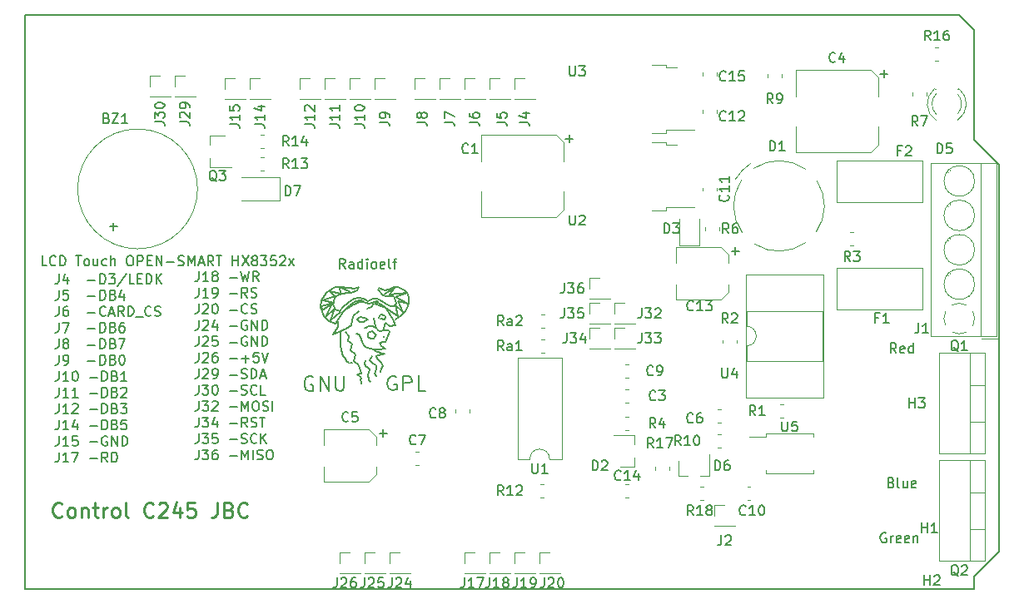
<source format=gbr>
G04 #@! TF.GenerationSoftware,KiCad,Pcbnew,5.1.0-rc1-unknown-3b97961~76~ubuntu16.04.1*
G04 #@! TF.CreationDate,2019-02-18T08:25:29+01:00
G04 #@! TF.ProjectId,jbc_245,6a62635f-3234-4352-9e6b-696361645f70,rev?*
G04 #@! TF.SameCoordinates,Original*
G04 #@! TF.FileFunction,Legend,Top*
G04 #@! TF.FilePolarity,Positive*
%FSLAX46Y46*%
G04 Gerber Fmt 4.6, Leading zero omitted, Abs format (unit mm)*
G04 Created by KiCad (PCBNEW 5.1.0-rc1-unknown-3b97961~76~ubuntu16.04.1) date 2019-02-18 08:25:29*
%MOMM*%
%LPD*%
G04 APERTURE LIST*
%ADD10C,0.150000*%
%ADD11C,0.250000*%
%ADD12C,0.120000*%
G04 APERTURE END LIST*
D10*
X182562571Y-98496380D02*
X182229238Y-98020190D01*
X181991142Y-98496380D02*
X181991142Y-97496380D01*
X182372095Y-97496380D01*
X182467333Y-97544000D01*
X182514952Y-97591619D01*
X182562571Y-97686857D01*
X182562571Y-97829714D01*
X182514952Y-97924952D01*
X182467333Y-97972571D01*
X182372095Y-98020190D01*
X181991142Y-98020190D01*
X183372095Y-98448761D02*
X183276857Y-98496380D01*
X183086380Y-98496380D01*
X182991142Y-98448761D01*
X182943523Y-98353523D01*
X182943523Y-97972571D01*
X182991142Y-97877333D01*
X183086380Y-97829714D01*
X183276857Y-97829714D01*
X183372095Y-97877333D01*
X183419714Y-97972571D01*
X183419714Y-98067809D01*
X182943523Y-98163047D01*
X184276857Y-98496380D02*
X184276857Y-97496380D01*
X184276857Y-98448761D02*
X184181619Y-98496380D01*
X183991142Y-98496380D01*
X183895904Y-98448761D01*
X183848285Y-98401142D01*
X183800666Y-98305904D01*
X183800666Y-98020190D01*
X183848285Y-97924952D01*
X183895904Y-97877333D01*
X183991142Y-97829714D01*
X184181619Y-97829714D01*
X184276857Y-97877333D01*
X182062571Y-111688571D02*
X182205428Y-111736190D01*
X182253047Y-111783809D01*
X182300666Y-111879047D01*
X182300666Y-112021904D01*
X182253047Y-112117142D01*
X182205428Y-112164761D01*
X182110190Y-112212380D01*
X181729238Y-112212380D01*
X181729238Y-111212380D01*
X182062571Y-111212380D01*
X182157809Y-111260000D01*
X182205428Y-111307619D01*
X182253047Y-111402857D01*
X182253047Y-111498095D01*
X182205428Y-111593333D01*
X182157809Y-111640952D01*
X182062571Y-111688571D01*
X181729238Y-111688571D01*
X182872095Y-112212380D02*
X182776857Y-112164761D01*
X182729238Y-112069523D01*
X182729238Y-111212380D01*
X183681619Y-111545714D02*
X183681619Y-112212380D01*
X183253047Y-111545714D02*
X183253047Y-112069523D01*
X183300666Y-112164761D01*
X183395904Y-112212380D01*
X183538761Y-112212380D01*
X183634000Y-112164761D01*
X183681619Y-112117142D01*
X184538761Y-112164761D02*
X184443523Y-112212380D01*
X184253047Y-112212380D01*
X184157809Y-112164761D01*
X184110190Y-112069523D01*
X184110190Y-111688571D01*
X184157809Y-111593333D01*
X184253047Y-111545714D01*
X184443523Y-111545714D01*
X184538761Y-111593333D01*
X184586380Y-111688571D01*
X184586380Y-111783809D01*
X184110190Y-111879047D01*
X181522857Y-116848000D02*
X181427619Y-116800380D01*
X181284761Y-116800380D01*
X181141904Y-116848000D01*
X181046666Y-116943238D01*
X180999047Y-117038476D01*
X180951428Y-117228952D01*
X180951428Y-117371809D01*
X180999047Y-117562285D01*
X181046666Y-117657523D01*
X181141904Y-117752761D01*
X181284761Y-117800380D01*
X181380000Y-117800380D01*
X181522857Y-117752761D01*
X181570476Y-117705142D01*
X181570476Y-117371809D01*
X181380000Y-117371809D01*
X181999047Y-117800380D02*
X181999047Y-117133714D01*
X181999047Y-117324190D02*
X182046666Y-117228952D01*
X182094285Y-117181333D01*
X182189523Y-117133714D01*
X182284761Y-117133714D01*
X182999047Y-117752761D02*
X182903809Y-117800380D01*
X182713333Y-117800380D01*
X182618095Y-117752761D01*
X182570476Y-117657523D01*
X182570476Y-117276571D01*
X182618095Y-117181333D01*
X182713333Y-117133714D01*
X182903809Y-117133714D01*
X182999047Y-117181333D01*
X183046666Y-117276571D01*
X183046666Y-117371809D01*
X182570476Y-117467047D01*
X183856190Y-117752761D02*
X183760952Y-117800380D01*
X183570476Y-117800380D01*
X183475238Y-117752761D01*
X183427619Y-117657523D01*
X183427619Y-117276571D01*
X183475238Y-117181333D01*
X183570476Y-117133714D01*
X183760952Y-117133714D01*
X183856190Y-117181333D01*
X183903809Y-117276571D01*
X183903809Y-117371809D01*
X183427619Y-117467047D01*
X184332380Y-117133714D02*
X184332380Y-117800380D01*
X184332380Y-117228952D02*
X184380000Y-117181333D01*
X184475238Y-117133714D01*
X184618095Y-117133714D01*
X184713333Y-117181333D01*
X184760952Y-117276571D01*
X184760952Y-117800380D01*
D11*
X97715714Y-115089714D02*
X97644285Y-115161142D01*
X97430000Y-115232571D01*
X97287142Y-115232571D01*
X97072857Y-115161142D01*
X96930000Y-115018285D01*
X96858571Y-114875428D01*
X96787142Y-114589714D01*
X96787142Y-114375428D01*
X96858571Y-114089714D01*
X96930000Y-113946857D01*
X97072857Y-113804000D01*
X97287142Y-113732571D01*
X97430000Y-113732571D01*
X97644285Y-113804000D01*
X97715714Y-113875428D01*
X98572857Y-115232571D02*
X98430000Y-115161142D01*
X98358571Y-115089714D01*
X98287142Y-114946857D01*
X98287142Y-114518285D01*
X98358571Y-114375428D01*
X98430000Y-114304000D01*
X98572857Y-114232571D01*
X98787142Y-114232571D01*
X98930000Y-114304000D01*
X99001428Y-114375428D01*
X99072857Y-114518285D01*
X99072857Y-114946857D01*
X99001428Y-115089714D01*
X98930000Y-115161142D01*
X98787142Y-115232571D01*
X98572857Y-115232571D01*
X99715714Y-114232571D02*
X99715714Y-115232571D01*
X99715714Y-114375428D02*
X99787142Y-114304000D01*
X99930000Y-114232571D01*
X100144285Y-114232571D01*
X100287142Y-114304000D01*
X100358571Y-114446857D01*
X100358571Y-115232571D01*
X100858571Y-114232571D02*
X101430000Y-114232571D01*
X101072857Y-113732571D02*
X101072857Y-115018285D01*
X101144285Y-115161142D01*
X101287142Y-115232571D01*
X101430000Y-115232571D01*
X101930000Y-115232571D02*
X101930000Y-114232571D01*
X101930000Y-114518285D02*
X102001428Y-114375428D01*
X102072857Y-114304000D01*
X102215714Y-114232571D01*
X102358571Y-114232571D01*
X103072857Y-115232571D02*
X102930000Y-115161142D01*
X102858571Y-115089714D01*
X102787142Y-114946857D01*
X102787142Y-114518285D01*
X102858571Y-114375428D01*
X102930000Y-114304000D01*
X103072857Y-114232571D01*
X103287142Y-114232571D01*
X103430000Y-114304000D01*
X103501428Y-114375428D01*
X103572857Y-114518285D01*
X103572857Y-114946857D01*
X103501428Y-115089714D01*
X103430000Y-115161142D01*
X103287142Y-115232571D01*
X103072857Y-115232571D01*
X104430000Y-115232571D02*
X104287142Y-115161142D01*
X104215714Y-115018285D01*
X104215714Y-113732571D01*
X107001428Y-115089714D02*
X106930000Y-115161142D01*
X106715714Y-115232571D01*
X106572857Y-115232571D01*
X106358571Y-115161142D01*
X106215714Y-115018285D01*
X106144285Y-114875428D01*
X106072857Y-114589714D01*
X106072857Y-114375428D01*
X106144285Y-114089714D01*
X106215714Y-113946857D01*
X106358571Y-113804000D01*
X106572857Y-113732571D01*
X106715714Y-113732571D01*
X106930000Y-113804000D01*
X107001428Y-113875428D01*
X107572857Y-113875428D02*
X107644285Y-113804000D01*
X107787142Y-113732571D01*
X108144285Y-113732571D01*
X108287142Y-113804000D01*
X108358571Y-113875428D01*
X108430000Y-114018285D01*
X108430000Y-114161142D01*
X108358571Y-114375428D01*
X107501428Y-115232571D01*
X108430000Y-115232571D01*
X109715714Y-114232571D02*
X109715714Y-115232571D01*
X109358571Y-113661142D02*
X109001428Y-114732571D01*
X109930000Y-114732571D01*
X111215714Y-113732571D02*
X110501428Y-113732571D01*
X110430000Y-114446857D01*
X110501428Y-114375428D01*
X110644285Y-114304000D01*
X111001428Y-114304000D01*
X111144285Y-114375428D01*
X111215714Y-114446857D01*
X111287142Y-114589714D01*
X111287142Y-114946857D01*
X111215714Y-115089714D01*
X111144285Y-115161142D01*
X111001428Y-115232571D01*
X110644285Y-115232571D01*
X110501428Y-115161142D01*
X110430000Y-115089714D01*
X113501428Y-113732571D02*
X113501428Y-114804000D01*
X113430000Y-115018285D01*
X113287142Y-115161142D01*
X113072857Y-115232571D01*
X112930000Y-115232571D01*
X114715714Y-114446857D02*
X114930000Y-114518285D01*
X115001428Y-114589714D01*
X115072857Y-114732571D01*
X115072857Y-114946857D01*
X115001428Y-115089714D01*
X114930000Y-115161142D01*
X114787142Y-115232571D01*
X114215714Y-115232571D01*
X114215714Y-113732571D01*
X114715714Y-113732571D01*
X114858571Y-113804000D01*
X114930000Y-113875428D01*
X115001428Y-114018285D01*
X115001428Y-114161142D01*
X114930000Y-114304000D01*
X114858571Y-114375428D01*
X114715714Y-114446857D01*
X114215714Y-114446857D01*
X116572857Y-115089714D02*
X116501428Y-115161142D01*
X116287142Y-115232571D01*
X116144285Y-115232571D01*
X115930000Y-115161142D01*
X115787142Y-115018285D01*
X115715714Y-114875428D01*
X115644285Y-114589714D01*
X115644285Y-114375428D01*
X115715714Y-114089714D01*
X115787142Y-113946857D01*
X115930000Y-113804000D01*
X116144285Y-113732571D01*
X116287142Y-113732571D01*
X116501428Y-113804000D01*
X116572857Y-113875428D01*
D10*
X111619309Y-90199380D02*
X111619309Y-90913666D01*
X111571690Y-91056523D01*
X111476452Y-91151761D01*
X111333595Y-91199380D01*
X111238357Y-91199380D01*
X112619309Y-91199380D02*
X112047880Y-91199380D01*
X112333595Y-91199380D02*
X112333595Y-90199380D01*
X112238357Y-90342238D01*
X112143119Y-90437476D01*
X112047880Y-90485095D01*
X113190738Y-90627952D02*
X113095500Y-90580333D01*
X113047880Y-90532714D01*
X113000261Y-90437476D01*
X113000261Y-90389857D01*
X113047880Y-90294619D01*
X113095500Y-90247000D01*
X113190738Y-90199380D01*
X113381214Y-90199380D01*
X113476452Y-90247000D01*
X113524071Y-90294619D01*
X113571690Y-90389857D01*
X113571690Y-90437476D01*
X113524071Y-90532714D01*
X113476452Y-90580333D01*
X113381214Y-90627952D01*
X113190738Y-90627952D01*
X113095500Y-90675571D01*
X113047880Y-90723190D01*
X113000261Y-90818428D01*
X113000261Y-91008904D01*
X113047880Y-91104142D01*
X113095500Y-91151761D01*
X113190738Y-91199380D01*
X113381214Y-91199380D01*
X113476452Y-91151761D01*
X113524071Y-91104142D01*
X113571690Y-91008904D01*
X113571690Y-90818428D01*
X113524071Y-90723190D01*
X113476452Y-90675571D01*
X113381214Y-90627952D01*
X114762166Y-90818428D02*
X115524071Y-90818428D01*
X115905023Y-90199380D02*
X116143119Y-91199380D01*
X116333595Y-90485095D01*
X116524071Y-91199380D01*
X116762166Y-90199380D01*
X117714547Y-91199380D02*
X117381214Y-90723190D01*
X117143119Y-91199380D02*
X117143119Y-90199380D01*
X117524071Y-90199380D01*
X117619309Y-90247000D01*
X117666928Y-90294619D01*
X117714547Y-90389857D01*
X117714547Y-90532714D01*
X117666928Y-90627952D01*
X117619309Y-90675571D01*
X117524071Y-90723190D01*
X117143119Y-90723190D01*
X111619309Y-91849380D02*
X111619309Y-92563666D01*
X111571690Y-92706523D01*
X111476452Y-92801761D01*
X111333595Y-92849380D01*
X111238357Y-92849380D01*
X112619309Y-92849380D02*
X112047880Y-92849380D01*
X112333595Y-92849380D02*
X112333595Y-91849380D01*
X112238357Y-91992238D01*
X112143119Y-92087476D01*
X112047880Y-92135095D01*
X113095500Y-92849380D02*
X113285976Y-92849380D01*
X113381214Y-92801761D01*
X113428833Y-92754142D01*
X113524071Y-92611285D01*
X113571690Y-92420809D01*
X113571690Y-92039857D01*
X113524071Y-91944619D01*
X113476452Y-91897000D01*
X113381214Y-91849380D01*
X113190738Y-91849380D01*
X113095500Y-91897000D01*
X113047880Y-91944619D01*
X113000261Y-92039857D01*
X113000261Y-92277952D01*
X113047880Y-92373190D01*
X113095500Y-92420809D01*
X113190738Y-92468428D01*
X113381214Y-92468428D01*
X113476452Y-92420809D01*
X113524071Y-92373190D01*
X113571690Y-92277952D01*
X114762166Y-92468428D02*
X115524071Y-92468428D01*
X116571690Y-92849380D02*
X116238357Y-92373190D01*
X116000261Y-92849380D02*
X116000261Y-91849380D01*
X116381214Y-91849380D01*
X116476452Y-91897000D01*
X116524071Y-91944619D01*
X116571690Y-92039857D01*
X116571690Y-92182714D01*
X116524071Y-92277952D01*
X116476452Y-92325571D01*
X116381214Y-92373190D01*
X116000261Y-92373190D01*
X116952642Y-92801761D02*
X117095500Y-92849380D01*
X117333595Y-92849380D01*
X117428833Y-92801761D01*
X117476452Y-92754142D01*
X117524071Y-92658904D01*
X117524071Y-92563666D01*
X117476452Y-92468428D01*
X117428833Y-92420809D01*
X117333595Y-92373190D01*
X117143119Y-92325571D01*
X117047880Y-92277952D01*
X117000261Y-92230333D01*
X116952642Y-92135095D01*
X116952642Y-92039857D01*
X117000261Y-91944619D01*
X117047880Y-91897000D01*
X117143119Y-91849380D01*
X117381214Y-91849380D01*
X117524071Y-91897000D01*
X111619309Y-93499380D02*
X111619309Y-94213666D01*
X111571690Y-94356523D01*
X111476452Y-94451761D01*
X111333595Y-94499380D01*
X111238357Y-94499380D01*
X112047880Y-93594619D02*
X112095500Y-93547000D01*
X112190738Y-93499380D01*
X112428833Y-93499380D01*
X112524071Y-93547000D01*
X112571690Y-93594619D01*
X112619309Y-93689857D01*
X112619309Y-93785095D01*
X112571690Y-93927952D01*
X112000261Y-94499380D01*
X112619309Y-94499380D01*
X113238357Y-93499380D02*
X113333595Y-93499380D01*
X113428833Y-93547000D01*
X113476452Y-93594619D01*
X113524071Y-93689857D01*
X113571690Y-93880333D01*
X113571690Y-94118428D01*
X113524071Y-94308904D01*
X113476452Y-94404142D01*
X113428833Y-94451761D01*
X113333595Y-94499380D01*
X113238357Y-94499380D01*
X113143119Y-94451761D01*
X113095500Y-94404142D01*
X113047880Y-94308904D01*
X113000261Y-94118428D01*
X113000261Y-93880333D01*
X113047880Y-93689857D01*
X113095500Y-93594619D01*
X113143119Y-93547000D01*
X113238357Y-93499380D01*
X114762166Y-94118428D02*
X115524071Y-94118428D01*
X116571690Y-94404142D02*
X116524071Y-94451761D01*
X116381214Y-94499380D01*
X116285976Y-94499380D01*
X116143119Y-94451761D01*
X116047880Y-94356523D01*
X116000261Y-94261285D01*
X115952642Y-94070809D01*
X115952642Y-93927952D01*
X116000261Y-93737476D01*
X116047880Y-93642238D01*
X116143119Y-93547000D01*
X116285976Y-93499380D01*
X116381214Y-93499380D01*
X116524071Y-93547000D01*
X116571690Y-93594619D01*
X116952642Y-94451761D02*
X117095500Y-94499380D01*
X117333595Y-94499380D01*
X117428833Y-94451761D01*
X117476452Y-94404142D01*
X117524071Y-94308904D01*
X117524071Y-94213666D01*
X117476452Y-94118428D01*
X117428833Y-94070809D01*
X117333595Y-94023190D01*
X117143119Y-93975571D01*
X117047880Y-93927952D01*
X117000261Y-93880333D01*
X116952642Y-93785095D01*
X116952642Y-93689857D01*
X117000261Y-93594619D01*
X117047880Y-93547000D01*
X117143119Y-93499380D01*
X117381214Y-93499380D01*
X117524071Y-93547000D01*
X111619309Y-95149380D02*
X111619309Y-95863666D01*
X111571690Y-96006523D01*
X111476452Y-96101761D01*
X111333595Y-96149380D01*
X111238357Y-96149380D01*
X112047880Y-95244619D02*
X112095500Y-95197000D01*
X112190738Y-95149380D01*
X112428833Y-95149380D01*
X112524071Y-95197000D01*
X112571690Y-95244619D01*
X112619309Y-95339857D01*
X112619309Y-95435095D01*
X112571690Y-95577952D01*
X112000261Y-96149380D01*
X112619309Y-96149380D01*
X113476452Y-95482714D02*
X113476452Y-96149380D01*
X113238357Y-95101761D02*
X113000261Y-95816047D01*
X113619309Y-95816047D01*
X114762166Y-95768428D02*
X115524071Y-95768428D01*
X116524071Y-95197000D02*
X116428833Y-95149380D01*
X116285976Y-95149380D01*
X116143119Y-95197000D01*
X116047880Y-95292238D01*
X116000261Y-95387476D01*
X115952642Y-95577952D01*
X115952642Y-95720809D01*
X116000261Y-95911285D01*
X116047880Y-96006523D01*
X116143119Y-96101761D01*
X116285976Y-96149380D01*
X116381214Y-96149380D01*
X116524071Y-96101761D01*
X116571690Y-96054142D01*
X116571690Y-95720809D01*
X116381214Y-95720809D01*
X117000261Y-96149380D02*
X117000261Y-95149380D01*
X117571690Y-96149380D01*
X117571690Y-95149380D01*
X118047880Y-96149380D02*
X118047880Y-95149380D01*
X118285976Y-95149380D01*
X118428833Y-95197000D01*
X118524071Y-95292238D01*
X118571690Y-95387476D01*
X118619309Y-95577952D01*
X118619309Y-95720809D01*
X118571690Y-95911285D01*
X118524071Y-96006523D01*
X118428833Y-96101761D01*
X118285976Y-96149380D01*
X118047880Y-96149380D01*
X111619309Y-96799380D02*
X111619309Y-97513666D01*
X111571690Y-97656523D01*
X111476452Y-97751761D01*
X111333595Y-97799380D01*
X111238357Y-97799380D01*
X112047880Y-96894619D02*
X112095500Y-96847000D01*
X112190738Y-96799380D01*
X112428833Y-96799380D01*
X112524071Y-96847000D01*
X112571690Y-96894619D01*
X112619309Y-96989857D01*
X112619309Y-97085095D01*
X112571690Y-97227952D01*
X112000261Y-97799380D01*
X112619309Y-97799380D01*
X113524071Y-96799380D02*
X113047880Y-96799380D01*
X113000261Y-97275571D01*
X113047880Y-97227952D01*
X113143119Y-97180333D01*
X113381214Y-97180333D01*
X113476452Y-97227952D01*
X113524071Y-97275571D01*
X113571690Y-97370809D01*
X113571690Y-97608904D01*
X113524071Y-97704142D01*
X113476452Y-97751761D01*
X113381214Y-97799380D01*
X113143119Y-97799380D01*
X113047880Y-97751761D01*
X113000261Y-97704142D01*
X114762166Y-97418428D02*
X115524071Y-97418428D01*
X116524071Y-96847000D02*
X116428833Y-96799380D01*
X116285976Y-96799380D01*
X116143119Y-96847000D01*
X116047880Y-96942238D01*
X116000261Y-97037476D01*
X115952642Y-97227952D01*
X115952642Y-97370809D01*
X116000261Y-97561285D01*
X116047880Y-97656523D01*
X116143119Y-97751761D01*
X116285976Y-97799380D01*
X116381214Y-97799380D01*
X116524071Y-97751761D01*
X116571690Y-97704142D01*
X116571690Y-97370809D01*
X116381214Y-97370809D01*
X117000261Y-97799380D02*
X117000261Y-96799380D01*
X117571690Y-97799380D01*
X117571690Y-96799380D01*
X118047880Y-97799380D02*
X118047880Y-96799380D01*
X118285976Y-96799380D01*
X118428833Y-96847000D01*
X118524071Y-96942238D01*
X118571690Y-97037476D01*
X118619309Y-97227952D01*
X118619309Y-97370809D01*
X118571690Y-97561285D01*
X118524071Y-97656523D01*
X118428833Y-97751761D01*
X118285976Y-97799380D01*
X118047880Y-97799380D01*
X111619309Y-98449380D02*
X111619309Y-99163666D01*
X111571690Y-99306523D01*
X111476452Y-99401761D01*
X111333595Y-99449380D01*
X111238357Y-99449380D01*
X112047880Y-98544619D02*
X112095500Y-98497000D01*
X112190738Y-98449380D01*
X112428833Y-98449380D01*
X112524071Y-98497000D01*
X112571690Y-98544619D01*
X112619309Y-98639857D01*
X112619309Y-98735095D01*
X112571690Y-98877952D01*
X112000261Y-99449380D01*
X112619309Y-99449380D01*
X113476452Y-98449380D02*
X113285976Y-98449380D01*
X113190738Y-98497000D01*
X113143119Y-98544619D01*
X113047880Y-98687476D01*
X113000261Y-98877952D01*
X113000261Y-99258904D01*
X113047880Y-99354142D01*
X113095500Y-99401761D01*
X113190738Y-99449380D01*
X113381214Y-99449380D01*
X113476452Y-99401761D01*
X113524071Y-99354142D01*
X113571690Y-99258904D01*
X113571690Y-99020809D01*
X113524071Y-98925571D01*
X113476452Y-98877952D01*
X113381214Y-98830333D01*
X113190738Y-98830333D01*
X113095500Y-98877952D01*
X113047880Y-98925571D01*
X113000261Y-99020809D01*
X114762166Y-99068428D02*
X115524071Y-99068428D01*
X116000261Y-99068428D02*
X116762166Y-99068428D01*
X116381214Y-99449380D02*
X116381214Y-98687476D01*
X117714547Y-98449380D02*
X117238357Y-98449380D01*
X117190738Y-98925571D01*
X117238357Y-98877952D01*
X117333595Y-98830333D01*
X117571690Y-98830333D01*
X117666928Y-98877952D01*
X117714547Y-98925571D01*
X117762166Y-99020809D01*
X117762166Y-99258904D01*
X117714547Y-99354142D01*
X117666928Y-99401761D01*
X117571690Y-99449380D01*
X117333595Y-99449380D01*
X117238357Y-99401761D01*
X117190738Y-99354142D01*
X118047880Y-98449380D02*
X118381214Y-99449380D01*
X118714547Y-98449380D01*
X111619309Y-100099380D02*
X111619309Y-100813666D01*
X111571690Y-100956523D01*
X111476452Y-101051761D01*
X111333595Y-101099380D01*
X111238357Y-101099380D01*
X112047880Y-100194619D02*
X112095500Y-100147000D01*
X112190738Y-100099380D01*
X112428833Y-100099380D01*
X112524071Y-100147000D01*
X112571690Y-100194619D01*
X112619309Y-100289857D01*
X112619309Y-100385095D01*
X112571690Y-100527952D01*
X112000261Y-101099380D01*
X112619309Y-101099380D01*
X113095500Y-101099380D02*
X113285976Y-101099380D01*
X113381214Y-101051761D01*
X113428833Y-101004142D01*
X113524071Y-100861285D01*
X113571690Y-100670809D01*
X113571690Y-100289857D01*
X113524071Y-100194619D01*
X113476452Y-100147000D01*
X113381214Y-100099380D01*
X113190738Y-100099380D01*
X113095500Y-100147000D01*
X113047880Y-100194619D01*
X113000261Y-100289857D01*
X113000261Y-100527952D01*
X113047880Y-100623190D01*
X113095500Y-100670809D01*
X113190738Y-100718428D01*
X113381214Y-100718428D01*
X113476452Y-100670809D01*
X113524071Y-100623190D01*
X113571690Y-100527952D01*
X114762166Y-100718428D02*
X115524071Y-100718428D01*
X115952642Y-101051761D02*
X116095500Y-101099380D01*
X116333595Y-101099380D01*
X116428833Y-101051761D01*
X116476452Y-101004142D01*
X116524071Y-100908904D01*
X116524071Y-100813666D01*
X116476452Y-100718428D01*
X116428833Y-100670809D01*
X116333595Y-100623190D01*
X116143119Y-100575571D01*
X116047880Y-100527952D01*
X116000261Y-100480333D01*
X115952642Y-100385095D01*
X115952642Y-100289857D01*
X116000261Y-100194619D01*
X116047880Y-100147000D01*
X116143119Y-100099380D01*
X116381214Y-100099380D01*
X116524071Y-100147000D01*
X116952642Y-101099380D02*
X116952642Y-100099380D01*
X117190738Y-100099380D01*
X117333595Y-100147000D01*
X117428833Y-100242238D01*
X117476452Y-100337476D01*
X117524071Y-100527952D01*
X117524071Y-100670809D01*
X117476452Y-100861285D01*
X117428833Y-100956523D01*
X117333595Y-101051761D01*
X117190738Y-101099380D01*
X116952642Y-101099380D01*
X117905023Y-100813666D02*
X118381214Y-100813666D01*
X117809785Y-101099380D02*
X118143119Y-100099380D01*
X118476452Y-101099380D01*
X111619309Y-101749380D02*
X111619309Y-102463666D01*
X111571690Y-102606523D01*
X111476452Y-102701761D01*
X111333595Y-102749380D01*
X111238357Y-102749380D01*
X112000261Y-101749380D02*
X112619309Y-101749380D01*
X112285976Y-102130333D01*
X112428833Y-102130333D01*
X112524071Y-102177952D01*
X112571690Y-102225571D01*
X112619309Y-102320809D01*
X112619309Y-102558904D01*
X112571690Y-102654142D01*
X112524071Y-102701761D01*
X112428833Y-102749380D01*
X112143119Y-102749380D01*
X112047880Y-102701761D01*
X112000261Y-102654142D01*
X113238357Y-101749380D02*
X113333595Y-101749380D01*
X113428833Y-101797000D01*
X113476452Y-101844619D01*
X113524071Y-101939857D01*
X113571690Y-102130333D01*
X113571690Y-102368428D01*
X113524071Y-102558904D01*
X113476452Y-102654142D01*
X113428833Y-102701761D01*
X113333595Y-102749380D01*
X113238357Y-102749380D01*
X113143119Y-102701761D01*
X113095500Y-102654142D01*
X113047880Y-102558904D01*
X113000261Y-102368428D01*
X113000261Y-102130333D01*
X113047880Y-101939857D01*
X113095500Y-101844619D01*
X113143119Y-101797000D01*
X113238357Y-101749380D01*
X114762166Y-102368428D02*
X115524071Y-102368428D01*
X115952642Y-102701761D02*
X116095500Y-102749380D01*
X116333595Y-102749380D01*
X116428833Y-102701761D01*
X116476452Y-102654142D01*
X116524071Y-102558904D01*
X116524071Y-102463666D01*
X116476452Y-102368428D01*
X116428833Y-102320809D01*
X116333595Y-102273190D01*
X116143119Y-102225571D01*
X116047880Y-102177952D01*
X116000261Y-102130333D01*
X115952642Y-102035095D01*
X115952642Y-101939857D01*
X116000261Y-101844619D01*
X116047880Y-101797000D01*
X116143119Y-101749380D01*
X116381214Y-101749380D01*
X116524071Y-101797000D01*
X117524071Y-102654142D02*
X117476452Y-102701761D01*
X117333595Y-102749380D01*
X117238357Y-102749380D01*
X117095500Y-102701761D01*
X117000261Y-102606523D01*
X116952642Y-102511285D01*
X116905023Y-102320809D01*
X116905023Y-102177952D01*
X116952642Y-101987476D01*
X117000261Y-101892238D01*
X117095500Y-101797000D01*
X117238357Y-101749380D01*
X117333595Y-101749380D01*
X117476452Y-101797000D01*
X117524071Y-101844619D01*
X118428833Y-102749380D02*
X117952642Y-102749380D01*
X117952642Y-101749380D01*
X111619309Y-103399380D02*
X111619309Y-104113666D01*
X111571690Y-104256523D01*
X111476452Y-104351761D01*
X111333595Y-104399380D01*
X111238357Y-104399380D01*
X112000261Y-103399380D02*
X112619309Y-103399380D01*
X112285976Y-103780333D01*
X112428833Y-103780333D01*
X112524071Y-103827952D01*
X112571690Y-103875571D01*
X112619309Y-103970809D01*
X112619309Y-104208904D01*
X112571690Y-104304142D01*
X112524071Y-104351761D01*
X112428833Y-104399380D01*
X112143119Y-104399380D01*
X112047880Y-104351761D01*
X112000261Y-104304142D01*
X113000261Y-103494619D02*
X113047880Y-103447000D01*
X113143119Y-103399380D01*
X113381214Y-103399380D01*
X113476452Y-103447000D01*
X113524071Y-103494619D01*
X113571690Y-103589857D01*
X113571690Y-103685095D01*
X113524071Y-103827952D01*
X112952642Y-104399380D01*
X113571690Y-104399380D01*
X114762166Y-104018428D02*
X115524071Y-104018428D01*
X116000261Y-104399380D02*
X116000261Y-103399380D01*
X116333595Y-104113666D01*
X116666928Y-103399380D01*
X116666928Y-104399380D01*
X117333595Y-103399380D02*
X117524071Y-103399380D01*
X117619309Y-103447000D01*
X117714547Y-103542238D01*
X117762166Y-103732714D01*
X117762166Y-104066047D01*
X117714547Y-104256523D01*
X117619309Y-104351761D01*
X117524071Y-104399380D01*
X117333595Y-104399380D01*
X117238357Y-104351761D01*
X117143119Y-104256523D01*
X117095500Y-104066047D01*
X117095500Y-103732714D01*
X117143119Y-103542238D01*
X117238357Y-103447000D01*
X117333595Y-103399380D01*
X118143119Y-104351761D02*
X118285976Y-104399380D01*
X118524071Y-104399380D01*
X118619309Y-104351761D01*
X118666928Y-104304142D01*
X118714547Y-104208904D01*
X118714547Y-104113666D01*
X118666928Y-104018428D01*
X118619309Y-103970809D01*
X118524071Y-103923190D01*
X118333595Y-103875571D01*
X118238357Y-103827952D01*
X118190738Y-103780333D01*
X118143119Y-103685095D01*
X118143119Y-103589857D01*
X118190738Y-103494619D01*
X118238357Y-103447000D01*
X118333595Y-103399380D01*
X118571690Y-103399380D01*
X118714547Y-103447000D01*
X119143119Y-104399380D02*
X119143119Y-103399380D01*
X111619309Y-105049380D02*
X111619309Y-105763666D01*
X111571690Y-105906523D01*
X111476452Y-106001761D01*
X111333595Y-106049380D01*
X111238357Y-106049380D01*
X112000261Y-105049380D02*
X112619309Y-105049380D01*
X112285976Y-105430333D01*
X112428833Y-105430333D01*
X112524071Y-105477952D01*
X112571690Y-105525571D01*
X112619309Y-105620809D01*
X112619309Y-105858904D01*
X112571690Y-105954142D01*
X112524071Y-106001761D01*
X112428833Y-106049380D01*
X112143119Y-106049380D01*
X112047880Y-106001761D01*
X112000261Y-105954142D01*
X113476452Y-105382714D02*
X113476452Y-106049380D01*
X113238357Y-105001761D02*
X113000261Y-105716047D01*
X113619309Y-105716047D01*
X114762166Y-105668428D02*
X115524071Y-105668428D01*
X116571690Y-106049380D02*
X116238357Y-105573190D01*
X116000261Y-106049380D02*
X116000261Y-105049380D01*
X116381214Y-105049380D01*
X116476452Y-105097000D01*
X116524071Y-105144619D01*
X116571690Y-105239857D01*
X116571690Y-105382714D01*
X116524071Y-105477952D01*
X116476452Y-105525571D01*
X116381214Y-105573190D01*
X116000261Y-105573190D01*
X116952642Y-106001761D02*
X117095500Y-106049380D01*
X117333595Y-106049380D01*
X117428833Y-106001761D01*
X117476452Y-105954142D01*
X117524071Y-105858904D01*
X117524071Y-105763666D01*
X117476452Y-105668428D01*
X117428833Y-105620809D01*
X117333595Y-105573190D01*
X117143119Y-105525571D01*
X117047880Y-105477952D01*
X117000261Y-105430333D01*
X116952642Y-105335095D01*
X116952642Y-105239857D01*
X117000261Y-105144619D01*
X117047880Y-105097000D01*
X117143119Y-105049380D01*
X117381214Y-105049380D01*
X117524071Y-105097000D01*
X117809785Y-105049380D02*
X118381214Y-105049380D01*
X118095500Y-106049380D02*
X118095500Y-105049380D01*
X111619309Y-106699380D02*
X111619309Y-107413666D01*
X111571690Y-107556523D01*
X111476452Y-107651761D01*
X111333595Y-107699380D01*
X111238357Y-107699380D01*
X112000261Y-106699380D02*
X112619309Y-106699380D01*
X112285976Y-107080333D01*
X112428833Y-107080333D01*
X112524071Y-107127952D01*
X112571690Y-107175571D01*
X112619309Y-107270809D01*
X112619309Y-107508904D01*
X112571690Y-107604142D01*
X112524071Y-107651761D01*
X112428833Y-107699380D01*
X112143119Y-107699380D01*
X112047880Y-107651761D01*
X112000261Y-107604142D01*
X113524071Y-106699380D02*
X113047880Y-106699380D01*
X113000261Y-107175571D01*
X113047880Y-107127952D01*
X113143119Y-107080333D01*
X113381214Y-107080333D01*
X113476452Y-107127952D01*
X113524071Y-107175571D01*
X113571690Y-107270809D01*
X113571690Y-107508904D01*
X113524071Y-107604142D01*
X113476452Y-107651761D01*
X113381214Y-107699380D01*
X113143119Y-107699380D01*
X113047880Y-107651761D01*
X113000261Y-107604142D01*
X114762166Y-107318428D02*
X115524071Y-107318428D01*
X115952642Y-107651761D02*
X116095500Y-107699380D01*
X116333595Y-107699380D01*
X116428833Y-107651761D01*
X116476452Y-107604142D01*
X116524071Y-107508904D01*
X116524071Y-107413666D01*
X116476452Y-107318428D01*
X116428833Y-107270809D01*
X116333595Y-107223190D01*
X116143119Y-107175571D01*
X116047880Y-107127952D01*
X116000261Y-107080333D01*
X115952642Y-106985095D01*
X115952642Y-106889857D01*
X116000261Y-106794619D01*
X116047880Y-106747000D01*
X116143119Y-106699380D01*
X116381214Y-106699380D01*
X116524071Y-106747000D01*
X117524071Y-107604142D02*
X117476452Y-107651761D01*
X117333595Y-107699380D01*
X117238357Y-107699380D01*
X117095500Y-107651761D01*
X117000261Y-107556523D01*
X116952642Y-107461285D01*
X116905023Y-107270809D01*
X116905023Y-107127952D01*
X116952642Y-106937476D01*
X117000261Y-106842238D01*
X117095500Y-106747000D01*
X117238357Y-106699380D01*
X117333595Y-106699380D01*
X117476452Y-106747000D01*
X117524071Y-106794619D01*
X117952642Y-107699380D02*
X117952642Y-106699380D01*
X118524071Y-107699380D02*
X118095500Y-107127952D01*
X118524071Y-106699380D02*
X117952642Y-107270809D01*
X111619309Y-108349380D02*
X111619309Y-109063666D01*
X111571690Y-109206523D01*
X111476452Y-109301761D01*
X111333595Y-109349380D01*
X111238357Y-109349380D01*
X112000261Y-108349380D02*
X112619309Y-108349380D01*
X112285976Y-108730333D01*
X112428833Y-108730333D01*
X112524071Y-108777952D01*
X112571690Y-108825571D01*
X112619309Y-108920809D01*
X112619309Y-109158904D01*
X112571690Y-109254142D01*
X112524071Y-109301761D01*
X112428833Y-109349380D01*
X112143119Y-109349380D01*
X112047880Y-109301761D01*
X112000261Y-109254142D01*
X113476452Y-108349380D02*
X113285976Y-108349380D01*
X113190738Y-108397000D01*
X113143119Y-108444619D01*
X113047880Y-108587476D01*
X113000261Y-108777952D01*
X113000261Y-109158904D01*
X113047880Y-109254142D01*
X113095500Y-109301761D01*
X113190738Y-109349380D01*
X113381214Y-109349380D01*
X113476452Y-109301761D01*
X113524071Y-109254142D01*
X113571690Y-109158904D01*
X113571690Y-108920809D01*
X113524071Y-108825571D01*
X113476452Y-108777952D01*
X113381214Y-108730333D01*
X113190738Y-108730333D01*
X113095500Y-108777952D01*
X113047880Y-108825571D01*
X113000261Y-108920809D01*
X114762166Y-108968428D02*
X115524071Y-108968428D01*
X116000261Y-109349380D02*
X116000261Y-108349380D01*
X116333595Y-109063666D01*
X116666928Y-108349380D01*
X116666928Y-109349380D01*
X117143119Y-109349380D02*
X117143119Y-108349380D01*
X117571690Y-109301761D02*
X117714547Y-109349380D01*
X117952642Y-109349380D01*
X118047880Y-109301761D01*
X118095500Y-109254142D01*
X118143119Y-109158904D01*
X118143119Y-109063666D01*
X118095500Y-108968428D01*
X118047880Y-108920809D01*
X117952642Y-108873190D01*
X117762166Y-108825571D01*
X117666928Y-108777952D01*
X117619309Y-108730333D01*
X117571690Y-108635095D01*
X117571690Y-108539857D01*
X117619309Y-108444619D01*
X117666928Y-108397000D01*
X117762166Y-108349380D01*
X118000261Y-108349380D01*
X118143119Y-108397000D01*
X118762166Y-108349380D02*
X118952642Y-108349380D01*
X119047880Y-108397000D01*
X119143119Y-108492238D01*
X119190738Y-108682714D01*
X119190738Y-109016047D01*
X119143119Y-109206523D01*
X119047880Y-109301761D01*
X118952642Y-109349380D01*
X118762166Y-109349380D01*
X118666928Y-109301761D01*
X118571690Y-109206523D01*
X118524071Y-109016047D01*
X118524071Y-108682714D01*
X118571690Y-108492238D01*
X118666928Y-108397000D01*
X118762166Y-108349380D01*
X97395309Y-90453380D02*
X97395309Y-91167666D01*
X97347690Y-91310523D01*
X97252452Y-91405761D01*
X97109595Y-91453380D01*
X97014357Y-91453380D01*
X98300071Y-90786714D02*
X98300071Y-91453380D01*
X98061976Y-90405761D02*
X97823880Y-91120047D01*
X98442928Y-91120047D01*
X100347690Y-91072428D02*
X101109595Y-91072428D01*
X101585785Y-91453380D02*
X101585785Y-90453380D01*
X101823880Y-90453380D01*
X101966738Y-90501000D01*
X102061976Y-90596238D01*
X102109595Y-90691476D01*
X102157214Y-90881952D01*
X102157214Y-91024809D01*
X102109595Y-91215285D01*
X102061976Y-91310523D01*
X101966738Y-91405761D01*
X101823880Y-91453380D01*
X101585785Y-91453380D01*
X102490547Y-90453380D02*
X103109595Y-90453380D01*
X102776261Y-90834333D01*
X102919119Y-90834333D01*
X103014357Y-90881952D01*
X103061976Y-90929571D01*
X103109595Y-91024809D01*
X103109595Y-91262904D01*
X103061976Y-91358142D01*
X103014357Y-91405761D01*
X102919119Y-91453380D01*
X102633404Y-91453380D01*
X102538166Y-91405761D01*
X102490547Y-91358142D01*
X104252452Y-90405761D02*
X103395309Y-91691476D01*
X105061976Y-91453380D02*
X104585785Y-91453380D01*
X104585785Y-90453380D01*
X105395309Y-90929571D02*
X105728642Y-90929571D01*
X105871500Y-91453380D02*
X105395309Y-91453380D01*
X105395309Y-90453380D01*
X105871500Y-90453380D01*
X106300071Y-91453380D02*
X106300071Y-90453380D01*
X106538166Y-90453380D01*
X106681023Y-90501000D01*
X106776261Y-90596238D01*
X106823880Y-90691476D01*
X106871500Y-90881952D01*
X106871500Y-91024809D01*
X106823880Y-91215285D01*
X106776261Y-91310523D01*
X106681023Y-91405761D01*
X106538166Y-91453380D01*
X106300071Y-91453380D01*
X107300071Y-91453380D02*
X107300071Y-90453380D01*
X107871500Y-91453380D02*
X107442928Y-90881952D01*
X107871500Y-90453380D02*
X107300071Y-91024809D01*
X97395309Y-92103380D02*
X97395309Y-92817666D01*
X97347690Y-92960523D01*
X97252452Y-93055761D01*
X97109595Y-93103380D01*
X97014357Y-93103380D01*
X98347690Y-92103380D02*
X97871500Y-92103380D01*
X97823880Y-92579571D01*
X97871500Y-92531952D01*
X97966738Y-92484333D01*
X98204833Y-92484333D01*
X98300071Y-92531952D01*
X98347690Y-92579571D01*
X98395309Y-92674809D01*
X98395309Y-92912904D01*
X98347690Y-93008142D01*
X98300071Y-93055761D01*
X98204833Y-93103380D01*
X97966738Y-93103380D01*
X97871500Y-93055761D01*
X97823880Y-93008142D01*
X100347690Y-92722428D02*
X101109595Y-92722428D01*
X101585785Y-93103380D02*
X101585785Y-92103380D01*
X101823880Y-92103380D01*
X101966738Y-92151000D01*
X102061976Y-92246238D01*
X102109595Y-92341476D01*
X102157214Y-92531952D01*
X102157214Y-92674809D01*
X102109595Y-92865285D01*
X102061976Y-92960523D01*
X101966738Y-93055761D01*
X101823880Y-93103380D01*
X101585785Y-93103380D01*
X102919119Y-92579571D02*
X103061976Y-92627190D01*
X103109595Y-92674809D01*
X103157214Y-92770047D01*
X103157214Y-92912904D01*
X103109595Y-93008142D01*
X103061976Y-93055761D01*
X102966738Y-93103380D01*
X102585785Y-93103380D01*
X102585785Y-92103380D01*
X102919119Y-92103380D01*
X103014357Y-92151000D01*
X103061976Y-92198619D01*
X103109595Y-92293857D01*
X103109595Y-92389095D01*
X103061976Y-92484333D01*
X103014357Y-92531952D01*
X102919119Y-92579571D01*
X102585785Y-92579571D01*
X104014357Y-92436714D02*
X104014357Y-93103380D01*
X103776261Y-92055761D02*
X103538166Y-92770047D01*
X104157214Y-92770047D01*
X97395309Y-93753380D02*
X97395309Y-94467666D01*
X97347690Y-94610523D01*
X97252452Y-94705761D01*
X97109595Y-94753380D01*
X97014357Y-94753380D01*
X98300071Y-93753380D02*
X98109595Y-93753380D01*
X98014357Y-93801000D01*
X97966738Y-93848619D01*
X97871500Y-93991476D01*
X97823880Y-94181952D01*
X97823880Y-94562904D01*
X97871500Y-94658142D01*
X97919119Y-94705761D01*
X98014357Y-94753380D01*
X98204833Y-94753380D01*
X98300071Y-94705761D01*
X98347690Y-94658142D01*
X98395309Y-94562904D01*
X98395309Y-94324809D01*
X98347690Y-94229571D01*
X98300071Y-94181952D01*
X98204833Y-94134333D01*
X98014357Y-94134333D01*
X97919119Y-94181952D01*
X97871500Y-94229571D01*
X97823880Y-94324809D01*
X100347690Y-94372428D02*
X101109595Y-94372428D01*
X102157214Y-94658142D02*
X102109595Y-94705761D01*
X101966738Y-94753380D01*
X101871500Y-94753380D01*
X101728642Y-94705761D01*
X101633404Y-94610523D01*
X101585785Y-94515285D01*
X101538166Y-94324809D01*
X101538166Y-94181952D01*
X101585785Y-93991476D01*
X101633404Y-93896238D01*
X101728642Y-93801000D01*
X101871500Y-93753380D01*
X101966738Y-93753380D01*
X102109595Y-93801000D01*
X102157214Y-93848619D01*
X102538166Y-94467666D02*
X103014357Y-94467666D01*
X102442928Y-94753380D02*
X102776261Y-93753380D01*
X103109595Y-94753380D01*
X104014357Y-94753380D02*
X103681023Y-94277190D01*
X103442928Y-94753380D02*
X103442928Y-93753380D01*
X103823880Y-93753380D01*
X103919119Y-93801000D01*
X103966738Y-93848619D01*
X104014357Y-93943857D01*
X104014357Y-94086714D01*
X103966738Y-94181952D01*
X103919119Y-94229571D01*
X103823880Y-94277190D01*
X103442928Y-94277190D01*
X104442928Y-94753380D02*
X104442928Y-93753380D01*
X104681023Y-93753380D01*
X104823880Y-93801000D01*
X104919119Y-93896238D01*
X104966738Y-93991476D01*
X105014357Y-94181952D01*
X105014357Y-94324809D01*
X104966738Y-94515285D01*
X104919119Y-94610523D01*
X104823880Y-94705761D01*
X104681023Y-94753380D01*
X104442928Y-94753380D01*
X105204833Y-94848619D02*
X105966738Y-94848619D01*
X106776261Y-94658142D02*
X106728642Y-94705761D01*
X106585785Y-94753380D01*
X106490547Y-94753380D01*
X106347690Y-94705761D01*
X106252452Y-94610523D01*
X106204833Y-94515285D01*
X106157214Y-94324809D01*
X106157214Y-94181952D01*
X106204833Y-93991476D01*
X106252452Y-93896238D01*
X106347690Y-93801000D01*
X106490547Y-93753380D01*
X106585785Y-93753380D01*
X106728642Y-93801000D01*
X106776261Y-93848619D01*
X107157214Y-94705761D02*
X107300071Y-94753380D01*
X107538166Y-94753380D01*
X107633404Y-94705761D01*
X107681023Y-94658142D01*
X107728642Y-94562904D01*
X107728642Y-94467666D01*
X107681023Y-94372428D01*
X107633404Y-94324809D01*
X107538166Y-94277190D01*
X107347690Y-94229571D01*
X107252452Y-94181952D01*
X107204833Y-94134333D01*
X107157214Y-94039095D01*
X107157214Y-93943857D01*
X107204833Y-93848619D01*
X107252452Y-93801000D01*
X107347690Y-93753380D01*
X107585785Y-93753380D01*
X107728642Y-93801000D01*
X97395309Y-95403380D02*
X97395309Y-96117666D01*
X97347690Y-96260523D01*
X97252452Y-96355761D01*
X97109595Y-96403380D01*
X97014357Y-96403380D01*
X97776261Y-95403380D02*
X98442928Y-95403380D01*
X98014357Y-96403380D01*
X100347690Y-96022428D02*
X101109595Y-96022428D01*
X101585785Y-96403380D02*
X101585785Y-95403380D01*
X101823880Y-95403380D01*
X101966738Y-95451000D01*
X102061976Y-95546238D01*
X102109595Y-95641476D01*
X102157214Y-95831952D01*
X102157214Y-95974809D01*
X102109595Y-96165285D01*
X102061976Y-96260523D01*
X101966738Y-96355761D01*
X101823880Y-96403380D01*
X101585785Y-96403380D01*
X102919119Y-95879571D02*
X103061976Y-95927190D01*
X103109595Y-95974809D01*
X103157214Y-96070047D01*
X103157214Y-96212904D01*
X103109595Y-96308142D01*
X103061976Y-96355761D01*
X102966738Y-96403380D01*
X102585785Y-96403380D01*
X102585785Y-95403380D01*
X102919119Y-95403380D01*
X103014357Y-95451000D01*
X103061976Y-95498619D01*
X103109595Y-95593857D01*
X103109595Y-95689095D01*
X103061976Y-95784333D01*
X103014357Y-95831952D01*
X102919119Y-95879571D01*
X102585785Y-95879571D01*
X104014357Y-95403380D02*
X103823880Y-95403380D01*
X103728642Y-95451000D01*
X103681023Y-95498619D01*
X103585785Y-95641476D01*
X103538166Y-95831952D01*
X103538166Y-96212904D01*
X103585785Y-96308142D01*
X103633404Y-96355761D01*
X103728642Y-96403380D01*
X103919119Y-96403380D01*
X104014357Y-96355761D01*
X104061976Y-96308142D01*
X104109595Y-96212904D01*
X104109595Y-95974809D01*
X104061976Y-95879571D01*
X104014357Y-95831952D01*
X103919119Y-95784333D01*
X103728642Y-95784333D01*
X103633404Y-95831952D01*
X103585785Y-95879571D01*
X103538166Y-95974809D01*
X97395309Y-97053380D02*
X97395309Y-97767666D01*
X97347690Y-97910523D01*
X97252452Y-98005761D01*
X97109595Y-98053380D01*
X97014357Y-98053380D01*
X98014357Y-97481952D02*
X97919119Y-97434333D01*
X97871500Y-97386714D01*
X97823880Y-97291476D01*
X97823880Y-97243857D01*
X97871500Y-97148619D01*
X97919119Y-97101000D01*
X98014357Y-97053380D01*
X98204833Y-97053380D01*
X98300071Y-97101000D01*
X98347690Y-97148619D01*
X98395309Y-97243857D01*
X98395309Y-97291476D01*
X98347690Y-97386714D01*
X98300071Y-97434333D01*
X98204833Y-97481952D01*
X98014357Y-97481952D01*
X97919119Y-97529571D01*
X97871500Y-97577190D01*
X97823880Y-97672428D01*
X97823880Y-97862904D01*
X97871500Y-97958142D01*
X97919119Y-98005761D01*
X98014357Y-98053380D01*
X98204833Y-98053380D01*
X98300071Y-98005761D01*
X98347690Y-97958142D01*
X98395309Y-97862904D01*
X98395309Y-97672428D01*
X98347690Y-97577190D01*
X98300071Y-97529571D01*
X98204833Y-97481952D01*
X100347690Y-97672428D02*
X101109595Y-97672428D01*
X101585785Y-98053380D02*
X101585785Y-97053380D01*
X101823880Y-97053380D01*
X101966738Y-97101000D01*
X102061976Y-97196238D01*
X102109595Y-97291476D01*
X102157214Y-97481952D01*
X102157214Y-97624809D01*
X102109595Y-97815285D01*
X102061976Y-97910523D01*
X101966738Y-98005761D01*
X101823880Y-98053380D01*
X101585785Y-98053380D01*
X102919119Y-97529571D02*
X103061976Y-97577190D01*
X103109595Y-97624809D01*
X103157214Y-97720047D01*
X103157214Y-97862904D01*
X103109595Y-97958142D01*
X103061976Y-98005761D01*
X102966738Y-98053380D01*
X102585785Y-98053380D01*
X102585785Y-97053380D01*
X102919119Y-97053380D01*
X103014357Y-97101000D01*
X103061976Y-97148619D01*
X103109595Y-97243857D01*
X103109595Y-97339095D01*
X103061976Y-97434333D01*
X103014357Y-97481952D01*
X102919119Y-97529571D01*
X102585785Y-97529571D01*
X103490547Y-97053380D02*
X104157214Y-97053380D01*
X103728642Y-98053380D01*
X97395309Y-98703380D02*
X97395309Y-99417666D01*
X97347690Y-99560523D01*
X97252452Y-99655761D01*
X97109595Y-99703380D01*
X97014357Y-99703380D01*
X97919119Y-99703380D02*
X98109595Y-99703380D01*
X98204833Y-99655761D01*
X98252452Y-99608142D01*
X98347690Y-99465285D01*
X98395309Y-99274809D01*
X98395309Y-98893857D01*
X98347690Y-98798619D01*
X98300071Y-98751000D01*
X98204833Y-98703380D01*
X98014357Y-98703380D01*
X97919119Y-98751000D01*
X97871500Y-98798619D01*
X97823880Y-98893857D01*
X97823880Y-99131952D01*
X97871500Y-99227190D01*
X97919119Y-99274809D01*
X98014357Y-99322428D01*
X98204833Y-99322428D01*
X98300071Y-99274809D01*
X98347690Y-99227190D01*
X98395309Y-99131952D01*
X100347690Y-99322428D02*
X101109595Y-99322428D01*
X101585785Y-99703380D02*
X101585785Y-98703380D01*
X101823880Y-98703380D01*
X101966738Y-98751000D01*
X102061976Y-98846238D01*
X102109595Y-98941476D01*
X102157214Y-99131952D01*
X102157214Y-99274809D01*
X102109595Y-99465285D01*
X102061976Y-99560523D01*
X101966738Y-99655761D01*
X101823880Y-99703380D01*
X101585785Y-99703380D01*
X102919119Y-99179571D02*
X103061976Y-99227190D01*
X103109595Y-99274809D01*
X103157214Y-99370047D01*
X103157214Y-99512904D01*
X103109595Y-99608142D01*
X103061976Y-99655761D01*
X102966738Y-99703380D01*
X102585785Y-99703380D01*
X102585785Y-98703380D01*
X102919119Y-98703380D01*
X103014357Y-98751000D01*
X103061976Y-98798619D01*
X103109595Y-98893857D01*
X103109595Y-98989095D01*
X103061976Y-99084333D01*
X103014357Y-99131952D01*
X102919119Y-99179571D01*
X102585785Y-99179571D01*
X103776261Y-98703380D02*
X103871500Y-98703380D01*
X103966738Y-98751000D01*
X104014357Y-98798619D01*
X104061976Y-98893857D01*
X104109595Y-99084333D01*
X104109595Y-99322428D01*
X104061976Y-99512904D01*
X104014357Y-99608142D01*
X103966738Y-99655761D01*
X103871500Y-99703380D01*
X103776261Y-99703380D01*
X103681023Y-99655761D01*
X103633404Y-99608142D01*
X103585785Y-99512904D01*
X103538166Y-99322428D01*
X103538166Y-99084333D01*
X103585785Y-98893857D01*
X103633404Y-98798619D01*
X103681023Y-98751000D01*
X103776261Y-98703380D01*
X97395309Y-100353380D02*
X97395309Y-101067666D01*
X97347690Y-101210523D01*
X97252452Y-101305761D01*
X97109595Y-101353380D01*
X97014357Y-101353380D01*
X98395309Y-101353380D02*
X97823880Y-101353380D01*
X98109595Y-101353380D02*
X98109595Y-100353380D01*
X98014357Y-100496238D01*
X97919119Y-100591476D01*
X97823880Y-100639095D01*
X99014357Y-100353380D02*
X99109595Y-100353380D01*
X99204833Y-100401000D01*
X99252452Y-100448619D01*
X99300071Y-100543857D01*
X99347690Y-100734333D01*
X99347690Y-100972428D01*
X99300071Y-101162904D01*
X99252452Y-101258142D01*
X99204833Y-101305761D01*
X99109595Y-101353380D01*
X99014357Y-101353380D01*
X98919119Y-101305761D01*
X98871500Y-101258142D01*
X98823880Y-101162904D01*
X98776261Y-100972428D01*
X98776261Y-100734333D01*
X98823880Y-100543857D01*
X98871500Y-100448619D01*
X98919119Y-100401000D01*
X99014357Y-100353380D01*
X100538166Y-100972428D02*
X101300071Y-100972428D01*
X101776261Y-101353380D02*
X101776261Y-100353380D01*
X102014357Y-100353380D01*
X102157214Y-100401000D01*
X102252452Y-100496238D01*
X102300071Y-100591476D01*
X102347690Y-100781952D01*
X102347690Y-100924809D01*
X102300071Y-101115285D01*
X102252452Y-101210523D01*
X102157214Y-101305761D01*
X102014357Y-101353380D01*
X101776261Y-101353380D01*
X103109595Y-100829571D02*
X103252452Y-100877190D01*
X103300071Y-100924809D01*
X103347690Y-101020047D01*
X103347690Y-101162904D01*
X103300071Y-101258142D01*
X103252452Y-101305761D01*
X103157214Y-101353380D01*
X102776261Y-101353380D01*
X102776261Y-100353380D01*
X103109595Y-100353380D01*
X103204833Y-100401000D01*
X103252452Y-100448619D01*
X103300071Y-100543857D01*
X103300071Y-100639095D01*
X103252452Y-100734333D01*
X103204833Y-100781952D01*
X103109595Y-100829571D01*
X102776261Y-100829571D01*
X104300071Y-101353380D02*
X103728642Y-101353380D01*
X104014357Y-101353380D02*
X104014357Y-100353380D01*
X103919119Y-100496238D01*
X103823880Y-100591476D01*
X103728642Y-100639095D01*
X97395309Y-102003380D02*
X97395309Y-102717666D01*
X97347690Y-102860523D01*
X97252452Y-102955761D01*
X97109595Y-103003380D01*
X97014357Y-103003380D01*
X98395309Y-103003380D02*
X97823880Y-103003380D01*
X98109595Y-103003380D02*
X98109595Y-102003380D01*
X98014357Y-102146238D01*
X97919119Y-102241476D01*
X97823880Y-102289095D01*
X99347690Y-103003380D02*
X98776261Y-103003380D01*
X99061976Y-103003380D02*
X99061976Y-102003380D01*
X98966738Y-102146238D01*
X98871500Y-102241476D01*
X98776261Y-102289095D01*
X100538166Y-102622428D02*
X101300071Y-102622428D01*
X101776261Y-103003380D02*
X101776261Y-102003380D01*
X102014357Y-102003380D01*
X102157214Y-102051000D01*
X102252452Y-102146238D01*
X102300071Y-102241476D01*
X102347690Y-102431952D01*
X102347690Y-102574809D01*
X102300071Y-102765285D01*
X102252452Y-102860523D01*
X102157214Y-102955761D01*
X102014357Y-103003380D01*
X101776261Y-103003380D01*
X103109595Y-102479571D02*
X103252452Y-102527190D01*
X103300071Y-102574809D01*
X103347690Y-102670047D01*
X103347690Y-102812904D01*
X103300071Y-102908142D01*
X103252452Y-102955761D01*
X103157214Y-103003380D01*
X102776261Y-103003380D01*
X102776261Y-102003380D01*
X103109595Y-102003380D01*
X103204833Y-102051000D01*
X103252452Y-102098619D01*
X103300071Y-102193857D01*
X103300071Y-102289095D01*
X103252452Y-102384333D01*
X103204833Y-102431952D01*
X103109595Y-102479571D01*
X102776261Y-102479571D01*
X103728642Y-102098619D02*
X103776261Y-102051000D01*
X103871500Y-102003380D01*
X104109595Y-102003380D01*
X104204833Y-102051000D01*
X104252452Y-102098619D01*
X104300071Y-102193857D01*
X104300071Y-102289095D01*
X104252452Y-102431952D01*
X103681023Y-103003380D01*
X104300071Y-103003380D01*
X97395309Y-103653380D02*
X97395309Y-104367666D01*
X97347690Y-104510523D01*
X97252452Y-104605761D01*
X97109595Y-104653380D01*
X97014357Y-104653380D01*
X98395309Y-104653380D02*
X97823880Y-104653380D01*
X98109595Y-104653380D02*
X98109595Y-103653380D01*
X98014357Y-103796238D01*
X97919119Y-103891476D01*
X97823880Y-103939095D01*
X98776261Y-103748619D02*
X98823880Y-103701000D01*
X98919119Y-103653380D01*
X99157214Y-103653380D01*
X99252452Y-103701000D01*
X99300071Y-103748619D01*
X99347690Y-103843857D01*
X99347690Y-103939095D01*
X99300071Y-104081952D01*
X98728642Y-104653380D01*
X99347690Y-104653380D01*
X100538166Y-104272428D02*
X101300071Y-104272428D01*
X101776261Y-104653380D02*
X101776261Y-103653380D01*
X102014357Y-103653380D01*
X102157214Y-103701000D01*
X102252452Y-103796238D01*
X102300071Y-103891476D01*
X102347690Y-104081952D01*
X102347690Y-104224809D01*
X102300071Y-104415285D01*
X102252452Y-104510523D01*
X102157214Y-104605761D01*
X102014357Y-104653380D01*
X101776261Y-104653380D01*
X103109595Y-104129571D02*
X103252452Y-104177190D01*
X103300071Y-104224809D01*
X103347690Y-104320047D01*
X103347690Y-104462904D01*
X103300071Y-104558142D01*
X103252452Y-104605761D01*
X103157214Y-104653380D01*
X102776261Y-104653380D01*
X102776261Y-103653380D01*
X103109595Y-103653380D01*
X103204833Y-103701000D01*
X103252452Y-103748619D01*
X103300071Y-103843857D01*
X103300071Y-103939095D01*
X103252452Y-104034333D01*
X103204833Y-104081952D01*
X103109595Y-104129571D01*
X102776261Y-104129571D01*
X103681023Y-103653380D02*
X104300071Y-103653380D01*
X103966738Y-104034333D01*
X104109595Y-104034333D01*
X104204833Y-104081952D01*
X104252452Y-104129571D01*
X104300071Y-104224809D01*
X104300071Y-104462904D01*
X104252452Y-104558142D01*
X104204833Y-104605761D01*
X104109595Y-104653380D01*
X103823880Y-104653380D01*
X103728642Y-104605761D01*
X103681023Y-104558142D01*
X97395309Y-105303380D02*
X97395309Y-106017666D01*
X97347690Y-106160523D01*
X97252452Y-106255761D01*
X97109595Y-106303380D01*
X97014357Y-106303380D01*
X98395309Y-106303380D02*
X97823880Y-106303380D01*
X98109595Y-106303380D02*
X98109595Y-105303380D01*
X98014357Y-105446238D01*
X97919119Y-105541476D01*
X97823880Y-105589095D01*
X99252452Y-105636714D02*
X99252452Y-106303380D01*
X99014357Y-105255761D02*
X98776261Y-105970047D01*
X99395309Y-105970047D01*
X100538166Y-105922428D02*
X101300071Y-105922428D01*
X101776261Y-106303380D02*
X101776261Y-105303380D01*
X102014357Y-105303380D01*
X102157214Y-105351000D01*
X102252452Y-105446238D01*
X102300071Y-105541476D01*
X102347690Y-105731952D01*
X102347690Y-105874809D01*
X102300071Y-106065285D01*
X102252452Y-106160523D01*
X102157214Y-106255761D01*
X102014357Y-106303380D01*
X101776261Y-106303380D01*
X103109595Y-105779571D02*
X103252452Y-105827190D01*
X103300071Y-105874809D01*
X103347690Y-105970047D01*
X103347690Y-106112904D01*
X103300071Y-106208142D01*
X103252452Y-106255761D01*
X103157214Y-106303380D01*
X102776261Y-106303380D01*
X102776261Y-105303380D01*
X103109595Y-105303380D01*
X103204833Y-105351000D01*
X103252452Y-105398619D01*
X103300071Y-105493857D01*
X103300071Y-105589095D01*
X103252452Y-105684333D01*
X103204833Y-105731952D01*
X103109595Y-105779571D01*
X102776261Y-105779571D01*
X104252452Y-105303380D02*
X103776261Y-105303380D01*
X103728642Y-105779571D01*
X103776261Y-105731952D01*
X103871500Y-105684333D01*
X104109595Y-105684333D01*
X104204833Y-105731952D01*
X104252452Y-105779571D01*
X104300071Y-105874809D01*
X104300071Y-106112904D01*
X104252452Y-106208142D01*
X104204833Y-106255761D01*
X104109595Y-106303380D01*
X103871500Y-106303380D01*
X103776261Y-106255761D01*
X103728642Y-106208142D01*
X97395309Y-106953380D02*
X97395309Y-107667666D01*
X97347690Y-107810523D01*
X97252452Y-107905761D01*
X97109595Y-107953380D01*
X97014357Y-107953380D01*
X98395309Y-107953380D02*
X97823880Y-107953380D01*
X98109595Y-107953380D02*
X98109595Y-106953380D01*
X98014357Y-107096238D01*
X97919119Y-107191476D01*
X97823880Y-107239095D01*
X99300071Y-106953380D02*
X98823880Y-106953380D01*
X98776261Y-107429571D01*
X98823880Y-107381952D01*
X98919119Y-107334333D01*
X99157214Y-107334333D01*
X99252452Y-107381952D01*
X99300071Y-107429571D01*
X99347690Y-107524809D01*
X99347690Y-107762904D01*
X99300071Y-107858142D01*
X99252452Y-107905761D01*
X99157214Y-107953380D01*
X98919119Y-107953380D01*
X98823880Y-107905761D01*
X98776261Y-107858142D01*
X100538166Y-107572428D02*
X101300071Y-107572428D01*
X102300071Y-107001000D02*
X102204833Y-106953380D01*
X102061976Y-106953380D01*
X101919119Y-107001000D01*
X101823880Y-107096238D01*
X101776261Y-107191476D01*
X101728642Y-107381952D01*
X101728642Y-107524809D01*
X101776261Y-107715285D01*
X101823880Y-107810523D01*
X101919119Y-107905761D01*
X102061976Y-107953380D01*
X102157214Y-107953380D01*
X102300071Y-107905761D01*
X102347690Y-107858142D01*
X102347690Y-107524809D01*
X102157214Y-107524809D01*
X102776261Y-107953380D02*
X102776261Y-106953380D01*
X103347690Y-107953380D01*
X103347690Y-106953380D01*
X103823880Y-107953380D02*
X103823880Y-106953380D01*
X104061976Y-106953380D01*
X104204833Y-107001000D01*
X104300071Y-107096238D01*
X104347690Y-107191476D01*
X104395309Y-107381952D01*
X104395309Y-107524809D01*
X104347690Y-107715285D01*
X104300071Y-107810523D01*
X104204833Y-107905761D01*
X104061976Y-107953380D01*
X103823880Y-107953380D01*
X97395309Y-108603380D02*
X97395309Y-109317666D01*
X97347690Y-109460523D01*
X97252452Y-109555761D01*
X97109595Y-109603380D01*
X97014357Y-109603380D01*
X98395309Y-109603380D02*
X97823880Y-109603380D01*
X98109595Y-109603380D02*
X98109595Y-108603380D01*
X98014357Y-108746238D01*
X97919119Y-108841476D01*
X97823880Y-108889095D01*
X98728642Y-108603380D02*
X99395309Y-108603380D01*
X98966738Y-109603380D01*
X100538166Y-109222428D02*
X101300071Y-109222428D01*
X102347690Y-109603380D02*
X102014357Y-109127190D01*
X101776261Y-109603380D02*
X101776261Y-108603380D01*
X102157214Y-108603380D01*
X102252452Y-108651000D01*
X102300071Y-108698619D01*
X102347690Y-108793857D01*
X102347690Y-108936714D01*
X102300071Y-109031952D01*
X102252452Y-109079571D01*
X102157214Y-109127190D01*
X101776261Y-109127190D01*
X102776261Y-109603380D02*
X102776261Y-108603380D01*
X103014357Y-108603380D01*
X103157214Y-108651000D01*
X103252452Y-108746238D01*
X103300071Y-108841476D01*
X103347690Y-109031952D01*
X103347690Y-109174809D01*
X103300071Y-109365285D01*
X103252452Y-109460523D01*
X103157214Y-109555761D01*
X103014357Y-109603380D01*
X102776261Y-109603380D01*
X96172285Y-89606380D02*
X95696095Y-89606380D01*
X95696095Y-88606380D01*
X97077047Y-89511142D02*
X97029428Y-89558761D01*
X96886571Y-89606380D01*
X96791333Y-89606380D01*
X96648476Y-89558761D01*
X96553238Y-89463523D01*
X96505619Y-89368285D01*
X96458000Y-89177809D01*
X96458000Y-89034952D01*
X96505619Y-88844476D01*
X96553238Y-88749238D01*
X96648476Y-88654000D01*
X96791333Y-88606380D01*
X96886571Y-88606380D01*
X97029428Y-88654000D01*
X97077047Y-88701619D01*
X97505619Y-89606380D02*
X97505619Y-88606380D01*
X97743714Y-88606380D01*
X97886571Y-88654000D01*
X97981809Y-88749238D01*
X98029428Y-88844476D01*
X98077047Y-89034952D01*
X98077047Y-89177809D01*
X98029428Y-89368285D01*
X97981809Y-89463523D01*
X97886571Y-89558761D01*
X97743714Y-89606380D01*
X97505619Y-89606380D01*
X99124666Y-88606380D02*
X99696095Y-88606380D01*
X99410380Y-89606380D02*
X99410380Y-88606380D01*
X100172285Y-89606380D02*
X100077047Y-89558761D01*
X100029428Y-89511142D01*
X99981809Y-89415904D01*
X99981809Y-89130190D01*
X100029428Y-89034952D01*
X100077047Y-88987333D01*
X100172285Y-88939714D01*
X100315142Y-88939714D01*
X100410380Y-88987333D01*
X100458000Y-89034952D01*
X100505619Y-89130190D01*
X100505619Y-89415904D01*
X100458000Y-89511142D01*
X100410380Y-89558761D01*
X100315142Y-89606380D01*
X100172285Y-89606380D01*
X101362761Y-88939714D02*
X101362761Y-89606380D01*
X100934190Y-88939714D02*
X100934190Y-89463523D01*
X100981809Y-89558761D01*
X101077047Y-89606380D01*
X101219904Y-89606380D01*
X101315142Y-89558761D01*
X101362761Y-89511142D01*
X102267523Y-89558761D02*
X102172285Y-89606380D01*
X101981809Y-89606380D01*
X101886571Y-89558761D01*
X101838952Y-89511142D01*
X101791333Y-89415904D01*
X101791333Y-89130190D01*
X101838952Y-89034952D01*
X101886571Y-88987333D01*
X101981809Y-88939714D01*
X102172285Y-88939714D01*
X102267523Y-88987333D01*
X102696095Y-89606380D02*
X102696095Y-88606380D01*
X103124666Y-89606380D02*
X103124666Y-89082571D01*
X103077047Y-88987333D01*
X102981809Y-88939714D01*
X102838952Y-88939714D01*
X102743714Y-88987333D01*
X102696095Y-89034952D01*
X104553238Y-88606380D02*
X104743714Y-88606380D01*
X104838952Y-88654000D01*
X104934190Y-88749238D01*
X104981809Y-88939714D01*
X104981809Y-89273047D01*
X104934190Y-89463523D01*
X104838952Y-89558761D01*
X104743714Y-89606380D01*
X104553238Y-89606380D01*
X104458000Y-89558761D01*
X104362761Y-89463523D01*
X104315142Y-89273047D01*
X104315142Y-88939714D01*
X104362761Y-88749238D01*
X104458000Y-88654000D01*
X104553238Y-88606380D01*
X105410380Y-89606380D02*
X105410380Y-88606380D01*
X105791333Y-88606380D01*
X105886571Y-88654000D01*
X105934190Y-88701619D01*
X105981809Y-88796857D01*
X105981809Y-88939714D01*
X105934190Y-89034952D01*
X105886571Y-89082571D01*
X105791333Y-89130190D01*
X105410380Y-89130190D01*
X106410380Y-89082571D02*
X106743714Y-89082571D01*
X106886571Y-89606380D02*
X106410380Y-89606380D01*
X106410380Y-88606380D01*
X106886571Y-88606380D01*
X107315142Y-89606380D02*
X107315142Y-88606380D01*
X107886571Y-89606380D01*
X107886571Y-88606380D01*
X108362761Y-89225428D02*
X109124666Y-89225428D01*
X109553238Y-89558761D02*
X109696095Y-89606380D01*
X109934190Y-89606380D01*
X110029428Y-89558761D01*
X110077047Y-89511142D01*
X110124666Y-89415904D01*
X110124666Y-89320666D01*
X110077047Y-89225428D01*
X110029428Y-89177809D01*
X109934190Y-89130190D01*
X109743714Y-89082571D01*
X109648476Y-89034952D01*
X109600857Y-88987333D01*
X109553238Y-88892095D01*
X109553238Y-88796857D01*
X109600857Y-88701619D01*
X109648476Y-88654000D01*
X109743714Y-88606380D01*
X109981809Y-88606380D01*
X110124666Y-88654000D01*
X110553238Y-89606380D02*
X110553238Y-88606380D01*
X110886571Y-89320666D01*
X111219904Y-88606380D01*
X111219904Y-89606380D01*
X111648476Y-89320666D02*
X112124666Y-89320666D01*
X111553238Y-89606380D02*
X111886571Y-88606380D01*
X112219904Y-89606380D01*
X113124666Y-89606380D02*
X112791333Y-89130190D01*
X112553238Y-89606380D02*
X112553238Y-88606380D01*
X112934190Y-88606380D01*
X113029428Y-88654000D01*
X113077047Y-88701619D01*
X113124666Y-88796857D01*
X113124666Y-88939714D01*
X113077047Y-89034952D01*
X113029428Y-89082571D01*
X112934190Y-89130190D01*
X112553238Y-89130190D01*
X113410380Y-88606380D02*
X113981809Y-88606380D01*
X113696095Y-89606380D02*
X113696095Y-88606380D01*
X115077047Y-89606380D02*
X115077047Y-88606380D01*
X115077047Y-89082571D02*
X115648476Y-89082571D01*
X115648476Y-89606380D02*
X115648476Y-88606380D01*
X116029428Y-88606380D02*
X116696095Y-89606380D01*
X116696095Y-88606380D02*
X116029428Y-89606380D01*
X117219904Y-89034952D02*
X117124666Y-88987333D01*
X117077047Y-88939714D01*
X117029428Y-88844476D01*
X117029428Y-88796857D01*
X117077047Y-88701619D01*
X117124666Y-88654000D01*
X117219904Y-88606380D01*
X117410380Y-88606380D01*
X117505619Y-88654000D01*
X117553238Y-88701619D01*
X117600857Y-88796857D01*
X117600857Y-88844476D01*
X117553238Y-88939714D01*
X117505619Y-88987333D01*
X117410380Y-89034952D01*
X117219904Y-89034952D01*
X117124666Y-89082571D01*
X117077047Y-89130190D01*
X117029428Y-89225428D01*
X117029428Y-89415904D01*
X117077047Y-89511142D01*
X117124666Y-89558761D01*
X117219904Y-89606380D01*
X117410380Y-89606380D01*
X117505619Y-89558761D01*
X117553238Y-89511142D01*
X117600857Y-89415904D01*
X117600857Y-89225428D01*
X117553238Y-89130190D01*
X117505619Y-89082571D01*
X117410380Y-89034952D01*
X117934190Y-88606380D02*
X118553238Y-88606380D01*
X118219904Y-88987333D01*
X118362761Y-88987333D01*
X118458000Y-89034952D01*
X118505619Y-89082571D01*
X118553238Y-89177809D01*
X118553238Y-89415904D01*
X118505619Y-89511142D01*
X118458000Y-89558761D01*
X118362761Y-89606380D01*
X118077047Y-89606380D01*
X117981809Y-89558761D01*
X117934190Y-89511142D01*
X119458000Y-88606380D02*
X118981809Y-88606380D01*
X118934190Y-89082571D01*
X118981809Y-89034952D01*
X119077047Y-88987333D01*
X119315142Y-88987333D01*
X119410380Y-89034952D01*
X119458000Y-89082571D01*
X119505619Y-89177809D01*
X119505619Y-89415904D01*
X119458000Y-89511142D01*
X119410380Y-89558761D01*
X119315142Y-89606380D01*
X119077047Y-89606380D01*
X118981809Y-89558761D01*
X118934190Y-89511142D01*
X119886571Y-88701619D02*
X119934190Y-88654000D01*
X120029428Y-88606380D01*
X120267523Y-88606380D01*
X120362761Y-88654000D01*
X120410380Y-88701619D01*
X120458000Y-88796857D01*
X120458000Y-88892095D01*
X120410380Y-89034952D01*
X119838952Y-89606380D01*
X120458000Y-89606380D01*
X120791333Y-89606380D02*
X121315142Y-88939714D01*
X120791333Y-88939714D02*
X121315142Y-89606380D01*
D12*
X191596000Y-98512000D02*
X191596000Y-108752000D01*
X186955000Y-98512000D02*
X186955000Y-108752000D01*
X191596000Y-98512000D02*
X186955000Y-98512000D01*
X191596000Y-108752000D02*
X186955000Y-108752000D01*
X190086000Y-98512000D02*
X190086000Y-108752000D01*
X191596000Y-101782000D02*
X190086000Y-101782000D01*
X191596000Y-105483000D02*
X190086000Y-105483000D01*
X111510000Y-81798000D02*
G75*
G03X111510000Y-81798000I-6100000J0D01*
G01*
X140336000Y-76328000D02*
X140336000Y-79008000D01*
X140336000Y-84708000D02*
X140336000Y-82028000D01*
X148716000Y-83948000D02*
X148716000Y-82028000D01*
X148716000Y-77088000D02*
X148716000Y-79008000D01*
X140336000Y-76328000D02*
X147956000Y-76328000D01*
X147956000Y-76328000D02*
X148716000Y-77088000D01*
X148716000Y-83948000D02*
X147956000Y-84708000D01*
X147956000Y-84708000D02*
X140336000Y-84708000D01*
X155044000Y-102160000D02*
X155344000Y-102160000D01*
X155044000Y-103580000D02*
X155344000Y-103580000D01*
X179960000Y-78104000D02*
X172340000Y-78104000D01*
X180720000Y-77344000D02*
X179960000Y-78104000D01*
X179960000Y-69724000D02*
X180720000Y-70484000D01*
X172340000Y-69724000D02*
X179960000Y-69724000D01*
X180720000Y-70484000D02*
X180720000Y-72404000D01*
X180720000Y-77344000D02*
X180720000Y-75424000D01*
X172340000Y-78104000D02*
X172340000Y-75424000D01*
X172340000Y-69724000D02*
X172340000Y-72404000D01*
X124330000Y-106296000D02*
X124330000Y-107846000D01*
X124330000Y-111636000D02*
X124330000Y-110086000D01*
X129670000Y-110876000D02*
X129670000Y-110086000D01*
X129670000Y-107056000D02*
X129670000Y-107846000D01*
X124330000Y-111636000D02*
X128910000Y-111636000D01*
X128910000Y-111636000D02*
X129670000Y-110876000D01*
X129670000Y-107056000D02*
X128910000Y-106296000D01*
X128910000Y-106296000D02*
X124330000Y-106296000D01*
X164742000Y-105612000D02*
X164442000Y-105612000D01*
X164742000Y-104192000D02*
X164442000Y-104192000D01*
X133708000Y-109930000D02*
X134008000Y-109930000D01*
X133708000Y-108510000D02*
X134008000Y-108510000D01*
X139140000Y-104244000D02*
X139140000Y-104544000D01*
X137720000Y-104244000D02*
X137720000Y-104544000D01*
X155344000Y-99620000D02*
X155044000Y-99620000D01*
X155344000Y-101040000D02*
X155044000Y-101040000D01*
X167429000Y-113486000D02*
X167729000Y-113486000D01*
X167429000Y-112066000D02*
X167729000Y-112066000D01*
X164286000Y-81999000D02*
X164286000Y-81699000D01*
X162866000Y-81999000D02*
X162866000Y-81699000D01*
X162866000Y-74064000D02*
X162866000Y-73764000D01*
X164286000Y-74064000D02*
X164286000Y-73764000D01*
X164724000Y-87754000D02*
X160144000Y-87754000D01*
X165484000Y-88514000D02*
X164724000Y-87754000D01*
X164724000Y-93094000D02*
X165484000Y-92334000D01*
X160144000Y-93094000D02*
X164724000Y-93094000D01*
X165484000Y-88514000D02*
X165484000Y-89304000D01*
X165484000Y-92334000D02*
X165484000Y-91544000D01*
X160144000Y-93094000D02*
X160144000Y-91544000D01*
X160144000Y-87754000D02*
X160144000Y-89304000D01*
X155044000Y-111812000D02*
X155344000Y-111812000D01*
X155044000Y-113232000D02*
X155344000Y-113232000D01*
X162866000Y-69954000D02*
X162866000Y-70254000D01*
X164286000Y-69954000D02*
X164286000Y-70254000D01*
X166193513Y-80842243D02*
G75*
G02X167798000Y-79176000I4454487J-2683757D01*
G01*
X166818569Y-80939891D02*
G75*
G03X166898000Y-86226000I3829431J-2586109D01*
G01*
X168156533Y-87404800D02*
G75*
G03X173398000Y-87226000I2491467J3878800D01*
G01*
X174395584Y-86224261D02*
G75*
G03X174498000Y-80976000I-3747584J2698261D01*
G01*
X173402731Y-79836629D02*
G75*
G03X168048000Y-79726000I-2754731J-3689371D01*
G01*
X155954000Y-110038000D02*
X154494000Y-110038000D01*
X155954000Y-106878000D02*
X153794000Y-106878000D01*
X155954000Y-106878000D02*
X155954000Y-107808000D01*
X155954000Y-110038000D02*
X155954000Y-109108000D01*
X188784608Y-74824335D02*
G75*
G03X188941516Y-71592000I-1078608J1672335D01*
G01*
X186627392Y-74824335D02*
G75*
G02X186470484Y-71592000I1078608J1672335D01*
G01*
X188785837Y-74193130D02*
G75*
G03X188786000Y-72111039I-1079837J1041130D01*
G01*
X186626163Y-74193130D02*
G75*
G02X186626000Y-72111039I1079837J1041130D01*
G01*
X188942000Y-71592000D02*
X188786000Y-71592000D01*
X186626000Y-71592000D02*
X186470000Y-71592000D01*
X160406000Y-110980000D02*
X161336000Y-110980000D01*
X163566000Y-110980000D02*
X162636000Y-110980000D01*
X163566000Y-110980000D02*
X163566000Y-108820000D01*
X160406000Y-110980000D02*
X160406000Y-109520000D01*
X116002000Y-82948000D02*
X119902000Y-82948000D01*
X119902000Y-82948000D02*
X119902000Y-80628000D01*
X119902000Y-80628000D02*
X116002000Y-80628000D01*
X185218000Y-94068000D02*
X176478000Y-94068000D01*
X185218000Y-94068000D02*
X185218000Y-89828000D01*
X176478000Y-89828000D02*
X176478000Y-94068000D01*
X176478000Y-89828000D02*
X185218000Y-89828000D01*
X185218000Y-83146000D02*
X176478000Y-83146000D01*
X185218000Y-83146000D02*
X185218000Y-78906000D01*
X176478000Y-78906000D02*
X176478000Y-83146000D01*
X176478000Y-78906000D02*
X185218000Y-78906000D01*
X164040000Y-116122000D02*
X166160000Y-116122000D01*
X164040000Y-116062000D02*
X164040000Y-116122000D01*
X166160000Y-116062000D02*
X166160000Y-116122000D01*
X164040000Y-116062000D02*
X166160000Y-116062000D01*
X164040000Y-115062000D02*
X164040000Y-114002000D01*
X164040000Y-114002000D02*
X165100000Y-114002000D01*
X143720000Y-72688000D02*
X145840000Y-72688000D01*
X143720000Y-72628000D02*
X143720000Y-72688000D01*
X145840000Y-72628000D02*
X145840000Y-72688000D01*
X143720000Y-72628000D02*
X145840000Y-72628000D01*
X143720000Y-71628000D02*
X143720000Y-70568000D01*
X143720000Y-70568000D02*
X144780000Y-70568000D01*
X141180000Y-72688000D02*
X143300000Y-72688000D01*
X141180000Y-72628000D02*
X141180000Y-72688000D01*
X143300000Y-72628000D02*
X143300000Y-72688000D01*
X141180000Y-72628000D02*
X143300000Y-72628000D01*
X141180000Y-71628000D02*
X141180000Y-70568000D01*
X141180000Y-70568000D02*
X142240000Y-70568000D01*
X138640000Y-70568000D02*
X139700000Y-70568000D01*
X138640000Y-71628000D02*
X138640000Y-70568000D01*
X138640000Y-72628000D02*
X140760000Y-72628000D01*
X140760000Y-72628000D02*
X140760000Y-72688000D01*
X138640000Y-72628000D02*
X138640000Y-72688000D01*
X138640000Y-72688000D02*
X140760000Y-72688000D01*
X136100000Y-72688000D02*
X138220000Y-72688000D01*
X136100000Y-72628000D02*
X136100000Y-72688000D01*
X138220000Y-72628000D02*
X138220000Y-72688000D01*
X136100000Y-72628000D02*
X138220000Y-72628000D01*
X136100000Y-71628000D02*
X136100000Y-70568000D01*
X136100000Y-70568000D02*
X137160000Y-70568000D01*
X133560000Y-72688000D02*
X135680000Y-72688000D01*
X133560000Y-72628000D02*
X133560000Y-72688000D01*
X135680000Y-72628000D02*
X135680000Y-72688000D01*
X133560000Y-72628000D02*
X135680000Y-72628000D01*
X133560000Y-71628000D02*
X133560000Y-70568000D01*
X133560000Y-70568000D02*
X134620000Y-70568000D01*
X129496000Y-70568000D02*
X130556000Y-70568000D01*
X129496000Y-71628000D02*
X129496000Y-70568000D01*
X129496000Y-72628000D02*
X131616000Y-72628000D01*
X131616000Y-72628000D02*
X131616000Y-72688000D01*
X129496000Y-72628000D02*
X129496000Y-72688000D01*
X129496000Y-72688000D02*
X131616000Y-72688000D01*
X126956000Y-70568000D02*
X128016000Y-70568000D01*
X126956000Y-71628000D02*
X126956000Y-70568000D01*
X126956000Y-72628000D02*
X129076000Y-72628000D01*
X129076000Y-72628000D02*
X129076000Y-72688000D01*
X126956000Y-72628000D02*
X126956000Y-72688000D01*
X126956000Y-72688000D02*
X129076000Y-72688000D01*
X124416000Y-72688000D02*
X126536000Y-72688000D01*
X124416000Y-72628000D02*
X124416000Y-72688000D01*
X126536000Y-72628000D02*
X126536000Y-72688000D01*
X124416000Y-72628000D02*
X126536000Y-72628000D01*
X124416000Y-71628000D02*
X124416000Y-70568000D01*
X124416000Y-70568000D02*
X125476000Y-70568000D01*
X121876000Y-70568000D02*
X122936000Y-70568000D01*
X121876000Y-71628000D02*
X121876000Y-70568000D01*
X121876000Y-72628000D02*
X123996000Y-72628000D01*
X123996000Y-72628000D02*
X123996000Y-72688000D01*
X121876000Y-72628000D02*
X121876000Y-72688000D01*
X121876000Y-72688000D02*
X123996000Y-72688000D01*
X116796000Y-72688000D02*
X118916000Y-72688000D01*
X116796000Y-72628000D02*
X116796000Y-72688000D01*
X118916000Y-72628000D02*
X118916000Y-72688000D01*
X116796000Y-72628000D02*
X118916000Y-72628000D01*
X116796000Y-71628000D02*
X116796000Y-70568000D01*
X116796000Y-70568000D02*
X117856000Y-70568000D01*
X114256000Y-70568000D02*
X115316000Y-70568000D01*
X114256000Y-71628000D02*
X114256000Y-70568000D01*
X114256000Y-72628000D02*
X116376000Y-72628000D01*
X116376000Y-72628000D02*
X116376000Y-72688000D01*
X114256000Y-72628000D02*
X114256000Y-72688000D01*
X114256000Y-72688000D02*
X116376000Y-72688000D01*
X138640000Y-118828000D02*
X139700000Y-118828000D01*
X138640000Y-119888000D02*
X138640000Y-118828000D01*
X138640000Y-120888000D02*
X140760000Y-120888000D01*
X140760000Y-120888000D02*
X140760000Y-120948000D01*
X138640000Y-120888000D02*
X138640000Y-120948000D01*
X138640000Y-120948000D02*
X140760000Y-120948000D01*
X141180000Y-120948000D02*
X143300000Y-120948000D01*
X141180000Y-120888000D02*
X141180000Y-120948000D01*
X143300000Y-120888000D02*
X143300000Y-120948000D01*
X141180000Y-120888000D02*
X143300000Y-120888000D01*
X141180000Y-119888000D02*
X141180000Y-118828000D01*
X141180000Y-118828000D02*
X142240000Y-118828000D01*
X143720000Y-118828000D02*
X144780000Y-118828000D01*
X143720000Y-119888000D02*
X143720000Y-118828000D01*
X143720000Y-120888000D02*
X145840000Y-120888000D01*
X145840000Y-120888000D02*
X145840000Y-120948000D01*
X143720000Y-120888000D02*
X143720000Y-120948000D01*
X143720000Y-120948000D02*
X145840000Y-120948000D01*
X146260000Y-120948000D02*
X148380000Y-120948000D01*
X146260000Y-120888000D02*
X146260000Y-120948000D01*
X148380000Y-120888000D02*
X148380000Y-120948000D01*
X146260000Y-120888000D02*
X148380000Y-120888000D01*
X146260000Y-119888000D02*
X146260000Y-118828000D01*
X146260000Y-118828000D02*
X147320000Y-118828000D01*
X131020000Y-118828000D02*
X132080000Y-118828000D01*
X131020000Y-119888000D02*
X131020000Y-118828000D01*
X131020000Y-120888000D02*
X133140000Y-120888000D01*
X133140000Y-120888000D02*
X133140000Y-120948000D01*
X131020000Y-120888000D02*
X131020000Y-120948000D01*
X131020000Y-120948000D02*
X133140000Y-120948000D01*
X128480000Y-118828000D02*
X129540000Y-118828000D01*
X128480000Y-119888000D02*
X128480000Y-118828000D01*
X128480000Y-120888000D02*
X130600000Y-120888000D01*
X130600000Y-120888000D02*
X130600000Y-120948000D01*
X128480000Y-120888000D02*
X128480000Y-120948000D01*
X128480000Y-120948000D02*
X130600000Y-120948000D01*
X125940000Y-120948000D02*
X128060000Y-120948000D01*
X125940000Y-120888000D02*
X125940000Y-120948000D01*
X128060000Y-120888000D02*
X128060000Y-120948000D01*
X125940000Y-120888000D02*
X128060000Y-120888000D01*
X125940000Y-119888000D02*
X125940000Y-118828000D01*
X125940000Y-118828000D02*
X127000000Y-118828000D01*
X109176000Y-70314000D02*
X110236000Y-70314000D01*
X109176000Y-71374000D02*
X109176000Y-70314000D01*
X109176000Y-72374000D02*
X111296000Y-72374000D01*
X111296000Y-72374000D02*
X111296000Y-72434000D01*
X109176000Y-72374000D02*
X109176000Y-72434000D01*
X109176000Y-72434000D02*
X111296000Y-72434000D01*
X106636000Y-70314000D02*
X107696000Y-70314000D01*
X106636000Y-71374000D02*
X106636000Y-70314000D01*
X106636000Y-72374000D02*
X108756000Y-72374000D01*
X108756000Y-72374000D02*
X108756000Y-72434000D01*
X106636000Y-72374000D02*
X106636000Y-72434000D01*
X106636000Y-72434000D02*
X108756000Y-72434000D01*
X153880000Y-95548000D02*
X156000000Y-95548000D01*
X153880000Y-95488000D02*
X153880000Y-95548000D01*
X156000000Y-95488000D02*
X156000000Y-95548000D01*
X153880000Y-95488000D02*
X156000000Y-95488000D01*
X153880000Y-94488000D02*
X153880000Y-93428000D01*
X153880000Y-93428000D02*
X154940000Y-93428000D01*
X153880000Y-98088000D02*
X156000000Y-98088000D01*
X153880000Y-98028000D02*
X153880000Y-98088000D01*
X156000000Y-98028000D02*
X156000000Y-98088000D01*
X153880000Y-98028000D02*
X156000000Y-98028000D01*
X153880000Y-97028000D02*
X153880000Y-95968000D01*
X153880000Y-95968000D02*
X154940000Y-95968000D01*
X151340000Y-95968000D02*
X152400000Y-95968000D01*
X151340000Y-97028000D02*
X151340000Y-95968000D01*
X151340000Y-98028000D02*
X153460000Y-98028000D01*
X153460000Y-98028000D02*
X153460000Y-98088000D01*
X151340000Y-98028000D02*
X151340000Y-98088000D01*
X151340000Y-98088000D02*
X153460000Y-98088000D01*
X151340000Y-93428000D02*
X152400000Y-93428000D01*
X151340000Y-94488000D02*
X151340000Y-93428000D01*
X151340000Y-95488000D02*
X153460000Y-95488000D01*
X153460000Y-95488000D02*
X153460000Y-95548000D01*
X151340000Y-95488000D02*
X151340000Y-95548000D01*
X151340000Y-95548000D02*
X153460000Y-95548000D01*
X151340000Y-93008000D02*
X153460000Y-93008000D01*
X151340000Y-92948000D02*
X151340000Y-93008000D01*
X153460000Y-92948000D02*
X153460000Y-93008000D01*
X151340000Y-92948000D02*
X153460000Y-92948000D01*
X151340000Y-91948000D02*
X151340000Y-90888000D01*
X151340000Y-90888000D02*
X152400000Y-90888000D01*
X191596000Y-116405000D02*
X190086000Y-116405000D01*
X191596000Y-112704000D02*
X190086000Y-112704000D01*
X190086000Y-109434000D02*
X190086000Y-119674000D01*
X191596000Y-119674000D02*
X186955000Y-119674000D01*
X191596000Y-109434000D02*
X186955000Y-109434000D01*
X186955000Y-109434000D02*
X186955000Y-119674000D01*
X191596000Y-109434000D02*
X191596000Y-119674000D01*
X112778000Y-76398000D02*
X112778000Y-77328000D01*
X112778000Y-79558000D02*
X112778000Y-78628000D01*
X112778000Y-79558000D02*
X114938000Y-79558000D01*
X112778000Y-76398000D02*
X114238000Y-76398000D01*
X170792000Y-105104000D02*
X171092000Y-105104000D01*
X170792000Y-103684000D02*
X171092000Y-103684000D01*
X164898000Y-97493000D02*
X164898000Y-97193000D01*
X166318000Y-97493000D02*
X166318000Y-97193000D01*
X155044000Y-104954000D02*
X155344000Y-104954000D01*
X155044000Y-106374000D02*
X155344000Y-106374000D01*
X163120000Y-85702000D02*
X163120000Y-86002000D01*
X164540000Y-85702000D02*
X164540000Y-86002000D01*
X184202000Y-71986000D02*
X184202000Y-72286000D01*
X185622000Y-71986000D02*
X185622000Y-72286000D01*
X169470000Y-70447000D02*
X169470000Y-70147000D01*
X170890000Y-70447000D02*
X170890000Y-70147000D01*
X164442000Y-108152000D02*
X164742000Y-108152000D01*
X164442000Y-106732000D02*
X164742000Y-106732000D01*
X146708000Y-113232000D02*
X146408000Y-113232000D01*
X146708000Y-111812000D02*
X146408000Y-111812000D01*
X118260000Y-79958000D02*
X117960000Y-79958000D01*
X118260000Y-78538000D02*
X117960000Y-78538000D01*
X117960000Y-77672000D02*
X118260000Y-77672000D01*
X117960000Y-76252000D02*
X118260000Y-76252000D01*
X186540000Y-68782000D02*
X186840000Y-68782000D01*
X186540000Y-67362000D02*
X186840000Y-67362000D01*
X158040000Y-110086000D02*
X158040000Y-110386000D01*
X159460000Y-110086000D02*
X159460000Y-110386000D01*
X162664000Y-112066000D02*
X162964000Y-112066000D01*
X162664000Y-113486000D02*
X162964000Y-113486000D01*
X146469000Y-98500000D02*
X146769000Y-98500000D01*
X146469000Y-97080000D02*
X146769000Y-97080000D01*
X146469000Y-94540000D02*
X146769000Y-94540000D01*
X146469000Y-95960000D02*
X146769000Y-95960000D01*
X157688000Y-83968000D02*
X159188000Y-83968000D01*
X159188000Y-83968000D02*
X159188000Y-83698000D01*
X159188000Y-83698000D02*
X162018000Y-83698000D01*
X157688000Y-77068000D02*
X159188000Y-77068000D01*
X159188000Y-77068000D02*
X159188000Y-77338000D01*
X159188000Y-77338000D02*
X160288000Y-77338000D01*
X159188000Y-69464000D02*
X160288000Y-69464000D01*
X159188000Y-69194000D02*
X159188000Y-69464000D01*
X157688000Y-69194000D02*
X159188000Y-69194000D01*
X159188000Y-75824000D02*
X162018000Y-75824000D01*
X159188000Y-76094000D02*
X159188000Y-75824000D01*
X157688000Y-76094000D02*
X159188000Y-76094000D01*
X167326000Y-95774000D02*
G75*
G02X167326000Y-97774000I0J-1000000D01*
G01*
X167326000Y-97774000D02*
X167326000Y-99309000D01*
X167326000Y-99309000D02*
X175066000Y-99309000D01*
X175066000Y-99309000D02*
X175066000Y-94239000D01*
X175066000Y-94239000D02*
X167326000Y-94239000D01*
X167326000Y-94239000D02*
X167326000Y-95774000D01*
X167266000Y-103009000D02*
X175126000Y-103009000D01*
X175126000Y-103009000D02*
X175126000Y-90539000D01*
X175126000Y-90539000D02*
X167266000Y-90539000D01*
X167266000Y-90539000D02*
X167266000Y-103009000D01*
X169304000Y-107012000D02*
X167604000Y-107012000D01*
X174104000Y-110412000D02*
X174104000Y-110712000D01*
X174104000Y-110712000D02*
X169304000Y-110712000D01*
X169304000Y-110712000D02*
X169304000Y-110412000D01*
X169304000Y-107012000D02*
X169304000Y-106712000D01*
X169304000Y-106712000D02*
X174104000Y-106712000D01*
X174104000Y-106712000D02*
X174104000Y-107012000D01*
D10*
X93976000Y-64083001D02*
X93976000Y-122503001D01*
X190496000Y-76783001D02*
X190496000Y-65607001D01*
X193036000Y-79323001D02*
X190496000Y-76783001D01*
X193036000Y-118693001D02*
X193036000Y-79323001D01*
X190496000Y-121233001D02*
X193036000Y-118693001D01*
X190496000Y-122503001D02*
X190496000Y-121233001D01*
X188972000Y-64083001D02*
X190496000Y-65607001D01*
X93976000Y-122503001D02*
X190496000Y-122503001D01*
X93976000Y-64083001D02*
X188972000Y-64083001D01*
D12*
X190361515Y-94290045D02*
G75*
G02X190531000Y-94996000I-1385515J-705955D01*
G01*
X188270267Y-93609355D02*
G75*
G02X189683000Y-93610000I705733J-1386645D01*
G01*
X187589355Y-95701733D02*
G75*
G02X187590000Y-94289000I1386645J705733D01*
G01*
X189681733Y-96382645D02*
G75*
G02X188269000Y-96382000I-705733J1386645D01*
G01*
X190531681Y-94969556D02*
G75*
G02X190362000Y-95703000I-1555681J-26444D01*
G01*
X190531000Y-91496000D02*
G75*
G03X190531000Y-91496000I-1555000J0D01*
G01*
X190531000Y-87996000D02*
G75*
G03X190531000Y-87996000I-1555000J0D01*
G01*
X190531000Y-84496000D02*
G75*
G03X190531000Y-84496000I-1555000J0D01*
G01*
X190531000Y-80996000D02*
G75*
G03X190531000Y-80996000I-1555000J0D01*
G01*
X191176000Y-96806000D02*
X191176000Y-79186000D01*
X186116000Y-96806000D02*
X186116000Y-79186000D01*
X192736000Y-96806000D02*
X192736000Y-79186000D01*
X186116000Y-96806000D02*
X192736000Y-96806000D01*
X186116000Y-79186000D02*
X192736000Y-79186000D01*
X187986000Y-90316000D02*
X188062000Y-90392000D01*
X190101000Y-92431000D02*
X190156000Y-92485000D01*
X187796000Y-90506000D02*
X187850000Y-90560000D01*
X189890000Y-92599000D02*
X189966000Y-92675000D01*
X187986000Y-86816000D02*
X188062000Y-86892000D01*
X190101000Y-88931000D02*
X190156000Y-88985000D01*
X187796000Y-87006000D02*
X187850000Y-87060000D01*
X189890000Y-89099000D02*
X189966000Y-89175000D01*
X187986000Y-83316000D02*
X188062000Y-83392000D01*
X190101000Y-85431000D02*
X190156000Y-85485000D01*
X187796000Y-83506000D02*
X187850000Y-83560000D01*
X189890000Y-85599000D02*
X189966000Y-85675000D01*
X187986000Y-79816000D02*
X188062000Y-79892000D01*
X190101000Y-81931000D02*
X190156000Y-81985000D01*
X187796000Y-80006000D02*
X187850000Y-80060000D01*
X189890000Y-82099000D02*
X189966000Y-82175000D01*
X191236000Y-97046000D02*
X192976000Y-97046000D01*
X192976000Y-97046000D02*
X192976000Y-95546000D01*
D10*
X132227320Y-94653100D02*
X131678680Y-95054420D01*
X132676900Y-94254320D02*
X132227320Y-94653100D01*
X132928360Y-93703140D02*
X132676900Y-94254320D01*
X133027420Y-93304360D02*
X132928360Y-93703140D01*
X133027420Y-92854780D02*
X133027420Y-93304360D01*
X132826760Y-92303600D02*
X133027420Y-92854780D01*
X132377180Y-92003880D02*
X132826760Y-92303600D01*
X131927600Y-91754960D02*
X132377180Y-92003880D01*
X131478020Y-91803220D02*
X131927600Y-91754960D01*
X130977640Y-92054680D02*
X131478020Y-91803220D01*
X130528060Y-92153740D02*
X130977640Y-92054680D01*
X129928620Y-91904820D02*
X130528060Y-92153740D01*
X131079240Y-96354900D02*
X130578860Y-97353120D01*
X130926840Y-96205040D02*
X131079240Y-96354900D01*
X130528060Y-96205040D02*
X130926840Y-96205040D01*
X131079240Y-95803720D02*
X130627120Y-95404940D01*
X131678680Y-95704660D02*
X131079240Y-95803720D01*
X131378960Y-95054420D02*
X131678680Y-95704660D01*
X130677920Y-93954600D02*
X131378960Y-95054420D01*
X130477260Y-93703140D02*
X130677920Y-93954600D01*
X129877820Y-93403420D02*
X130477260Y-93703140D01*
X129428240Y-93304360D02*
X129877820Y-93403420D01*
X128978660Y-93454220D02*
X129428240Y-93304360D01*
X128577340Y-93355160D02*
X128978660Y-93454220D01*
X128127760Y-93154500D02*
X128577340Y-93355160D01*
X127579120Y-93202760D02*
X128127760Y-93154500D01*
X126977140Y-93654880D02*
X127579120Y-93202760D01*
X126278640Y-94305120D02*
X126977140Y-93654880D01*
X125526800Y-95504000D02*
X126278640Y-94305120D01*
X124879100Y-95255080D02*
X125526800Y-95504000D01*
X124327920Y-94754700D02*
X124879100Y-95255080D01*
X124028200Y-93853000D02*
X124327920Y-94754700D01*
X124127260Y-93154500D02*
X124028200Y-93853000D01*
X124576840Y-92354400D02*
X124127260Y-93154500D01*
X125178820Y-91953080D02*
X124576840Y-92354400D01*
X125526800Y-91803220D02*
X125178820Y-91953080D01*
X125928120Y-91754960D02*
X125526800Y-91803220D01*
X126878080Y-91904820D02*
X125928120Y-91754960D01*
X127528320Y-91953080D02*
X126878080Y-91904820D01*
X127927100Y-91803220D02*
X127528320Y-91953080D01*
X127728980Y-92153740D02*
X127927100Y-91803220D01*
X127177800Y-92405200D02*
X127728980Y-92153740D01*
X126827280Y-92354400D02*
X127177800Y-92405200D01*
X126177040Y-92504260D02*
X126827280Y-92354400D01*
X125727460Y-92654120D02*
X126177040Y-92504260D01*
X125427740Y-92903040D02*
X125727460Y-92654120D01*
X125328680Y-93553280D02*
X125427740Y-92903040D01*
X125526800Y-94053660D02*
X125328680Y-93553280D01*
X125978920Y-94203520D02*
X125526800Y-94053660D01*
X126326900Y-93804740D02*
X125978920Y-94203520D01*
X126779020Y-93355160D02*
X126326900Y-93804740D01*
X127378460Y-92953840D02*
X126779020Y-93355160D01*
X127878840Y-92903040D02*
X127378460Y-92953840D01*
X128379220Y-93004640D02*
X127878840Y-92903040D01*
X128678940Y-93154500D02*
X128379220Y-93004640D01*
X128877060Y-93202760D02*
X128678940Y-93154500D01*
X129377440Y-92953840D02*
X128877060Y-93202760D01*
X129778760Y-92953840D02*
X129377440Y-92953840D01*
X130078480Y-93103700D02*
X129778760Y-92953840D01*
X130327400Y-93304360D02*
X130078480Y-93103700D01*
X130776980Y-93604080D02*
X130327400Y-93304360D01*
X131127500Y-93753940D02*
X130776980Y-93604080D01*
X131427220Y-93703140D02*
X131127500Y-93753940D01*
X131726940Y-93454220D02*
X131427220Y-93703140D01*
X131678680Y-93154500D02*
X131726940Y-93454220D01*
X131478020Y-92753180D02*
X131678680Y-93154500D01*
X131127500Y-92704920D02*
X131478020Y-92753180D01*
X130677920Y-92704920D02*
X131127500Y-92704920D01*
X130327400Y-92603320D02*
X130677920Y-92704920D01*
X129877820Y-92003880D02*
X130327400Y-92603320D01*
X127327660Y-94754700D02*
X127927100Y-94203520D01*
X127177800Y-95704660D02*
X127327660Y-94754700D01*
X126677420Y-96055180D02*
X127177800Y-95704660D01*
X125277880Y-96603820D02*
X126677420Y-96055180D01*
X125778260Y-95854520D02*
X125277880Y-96603820D01*
X125778260Y-95255080D02*
X125778260Y-95854520D01*
X129176780Y-93804740D02*
X129428240Y-93454220D01*
X128778000Y-93954600D02*
X129176780Y-93804740D01*
X128379220Y-95303340D02*
X128778000Y-95105220D01*
X127977900Y-95303340D02*
X128379220Y-95303340D01*
X127777240Y-95054420D02*
X127977900Y-95303340D01*
X128028700Y-94802960D02*
X127777240Y-95054420D01*
X128478280Y-94904560D02*
X128028700Y-94802960D01*
X128828800Y-95054420D02*
X128478280Y-94904560D01*
X130528060Y-95105220D02*
X130078480Y-95003620D01*
X130627120Y-94853760D02*
X130528060Y-95105220D01*
X130528060Y-94653100D02*
X130627120Y-94853760D01*
X130126740Y-94554040D02*
X130528060Y-94653100D01*
X129976880Y-94904560D02*
X130126740Y-94554040D01*
X129527300Y-96903540D02*
X129677160Y-96654620D01*
X129428240Y-97005140D02*
X129527300Y-96903540D01*
X129128520Y-97005140D02*
X129428240Y-97005140D01*
X128877060Y-96852740D02*
X129128520Y-97005140D01*
X128828800Y-96453960D02*
X128877060Y-96852740D01*
X129227580Y-96304100D02*
X128828800Y-96453960D01*
X129677160Y-96654620D02*
X129227580Y-96304100D01*
X130528060Y-96753680D02*
X130429000Y-96903540D01*
X129628900Y-95803720D02*
X129727960Y-95953580D01*
X129479040Y-95404940D02*
X129628900Y-95803720D01*
X129428240Y-94952820D02*
X129479040Y-95404940D01*
X128678940Y-95902780D02*
X128478280Y-95953580D01*
X128877060Y-95803720D02*
X128678940Y-95902780D01*
X129026920Y-95803720D02*
X128877060Y-95803720D01*
X129329180Y-95803720D02*
X129026920Y-95803720D01*
X129628900Y-95953580D02*
X129329180Y-95803720D01*
X130378200Y-96205040D02*
X130578860Y-96205040D01*
X130177540Y-96304100D02*
X130378200Y-96205040D01*
X130027680Y-96304100D02*
X130177540Y-96304100D01*
X129877820Y-96154240D02*
X130027680Y-96304100D01*
X129778760Y-96004380D02*
X129877820Y-96154240D01*
X130528060Y-95504000D02*
X130477260Y-96154240D01*
X130177540Y-97805240D02*
X130528060Y-98003360D01*
X130027680Y-97454720D02*
X130177540Y-97805240D01*
X130429000Y-97353120D02*
X130027680Y-97454720D01*
X130578860Y-97353120D02*
X130429000Y-97353120D01*
X127927100Y-96603820D02*
X127627380Y-96553020D01*
X128076960Y-96852740D02*
X127927100Y-96603820D01*
X128226820Y-97353120D02*
X128076960Y-96852740D01*
X128427480Y-97703640D02*
X128226820Y-97353120D01*
X128577340Y-97904300D02*
X128427480Y-97703640D01*
X129026920Y-98054160D02*
X128577340Y-97904300D01*
X129527300Y-98104960D02*
X129026920Y-98054160D01*
X129976880Y-98153220D02*
X129527300Y-98104960D01*
X130578860Y-98054160D02*
X129976880Y-98153220D01*
X129778760Y-98404680D02*
X130027680Y-98404680D01*
X129377440Y-98153220D02*
X129778760Y-98404680D01*
X130228340Y-100103940D02*
X130078480Y-100403660D01*
X130327400Y-99804220D02*
X130228340Y-100103940D01*
X130228340Y-99453700D02*
X130327400Y-99804220D01*
X129976880Y-99253040D02*
X130228340Y-99453700D01*
X129778760Y-99054920D02*
X129976880Y-99253040D01*
X129727960Y-98854260D02*
X129778760Y-99054920D01*
X129778760Y-98704400D02*
X129727960Y-98854260D01*
X130327400Y-98602800D02*
X129778760Y-98704400D01*
X130528060Y-98554540D02*
X130327400Y-98602800D01*
X130279140Y-98554540D02*
X130528060Y-98554540D01*
X130027680Y-98452940D02*
X130279140Y-98554540D01*
X130078480Y-100403660D02*
X130126740Y-100403660D01*
X129527300Y-100604320D02*
X129677160Y-100853240D01*
X129677160Y-100203000D02*
X129527300Y-100604320D01*
X129727960Y-99753420D02*
X129677160Y-100203000D01*
X129329180Y-99552760D02*
X129727960Y-99753420D01*
X129026920Y-99253040D02*
X129329180Y-99552760D01*
X129227580Y-98803460D02*
X129026920Y-99253040D01*
X128927860Y-101254560D02*
X129128520Y-101455220D01*
X128877060Y-100703380D02*
X128927860Y-101254560D01*
X128927860Y-100505260D02*
X128877060Y-100703380D01*
X128978660Y-100203000D02*
X128927860Y-100505260D01*
X128828800Y-100004880D02*
X128978660Y-100203000D01*
X128577340Y-99804220D02*
X128828800Y-100004880D01*
X128478280Y-99603560D02*
X128577340Y-99804220D01*
X128628140Y-99204780D02*
X128478280Y-99603560D01*
X128076960Y-101302820D02*
X128127760Y-101455220D01*
X128127760Y-101003100D02*
X128076960Y-101302820D01*
X127777240Y-100655120D02*
X128127760Y-101003100D01*
X128178560Y-100553520D02*
X127777240Y-100655120D01*
X128076960Y-100253800D02*
X128178560Y-100553520D01*
X127878840Y-99855020D02*
X128076960Y-100253800D01*
X128178560Y-101503480D02*
X128127760Y-101605080D01*
X127378460Y-99303840D02*
X127927100Y-99753420D01*
X127579120Y-98602800D02*
X127378460Y-99303840D01*
X127027940Y-98204020D02*
X127579120Y-98602800D01*
X127228600Y-97553780D02*
X127027940Y-98204020D01*
X126779020Y-97254060D02*
X127228600Y-97553780D01*
X126878080Y-96804480D02*
X126779020Y-97254060D01*
X126578360Y-96354900D02*
X126878080Y-96804480D01*
X127027940Y-99504500D02*
X127228600Y-99453700D01*
X126027180Y-96852740D02*
X126027180Y-96354900D01*
X126027180Y-97353120D02*
X126027180Y-96852740D01*
X126077980Y-97754440D02*
X126027180Y-97353120D01*
X126128780Y-98153220D02*
X126077980Y-97754440D01*
X126227840Y-98554540D02*
X126128780Y-98153220D01*
X126278640Y-98854260D02*
X126227840Y-98554540D01*
X126527560Y-99103180D02*
X126278640Y-98854260D01*
X126677420Y-99303840D02*
X126527560Y-99103180D01*
X126928880Y-99504500D02*
X126677420Y-99303840D01*
X127977900Y-93304360D02*
X128328420Y-93304360D01*
X127228600Y-93654880D02*
X127977900Y-93304360D01*
X126728220Y-93954600D02*
X127228600Y-93654880D01*
X129628900Y-93202760D02*
X129877820Y-93253560D01*
X131577080Y-91854020D02*
X130429000Y-92555060D01*
X131079240Y-92555060D02*
X131577080Y-91854020D01*
X132826760Y-92354400D02*
X131079240Y-92555060D01*
X131678680Y-92803980D02*
X132826760Y-92354400D01*
X132928360Y-93505020D02*
X131678680Y-92803980D01*
X131927600Y-93253560D02*
X132928360Y-93505020D01*
X132377180Y-94353380D02*
X131927600Y-93253560D01*
X131627880Y-93654880D02*
X132377180Y-94353380D01*
X131876800Y-94754700D02*
X131627880Y-93654880D01*
X130578860Y-93903800D02*
X131876800Y-94754700D01*
X130177540Y-93703140D02*
X130578860Y-93903800D01*
X129527300Y-93505020D02*
X130177540Y-93703140D01*
X125978920Y-91803220D02*
X127078740Y-92303600D01*
X126027180Y-92453460D02*
X125978920Y-91803220D01*
X124978160Y-92204540D02*
X126027180Y-92453460D01*
X125478540Y-92704920D02*
X124978160Y-92204540D01*
X124228860Y-93103700D02*
X125478540Y-92704920D01*
X125376940Y-93355160D02*
X124228860Y-93103700D01*
X124079000Y-93703140D02*
X125376940Y-93355160D01*
X124178060Y-94155260D02*
X124079000Y-93703140D01*
X125227080Y-93505020D02*
X124178060Y-94155260D01*
X124528580Y-94802960D02*
X125227080Y-93505020D01*
X125478540Y-94002860D02*
X124528580Y-94802960D01*
X125028960Y-95153480D02*
X125478540Y-94002860D01*
X126027180Y-94353380D02*
X125028960Y-95153480D01*
X123278900Y-101803200D02*
X123027440Y-101704140D01*
X123228100Y-102354380D02*
X123278900Y-101803200D01*
X122826780Y-102354380D02*
X123228100Y-102354380D01*
X122527060Y-102204520D02*
X122826780Y-102354380D01*
X122377200Y-101803200D02*
X122527060Y-102204520D01*
X122377200Y-101353620D02*
X122377200Y-101803200D01*
X122577860Y-100954840D02*
X122377200Y-101353620D01*
X123027440Y-100804980D02*
X122577860Y-100954840D01*
X123228100Y-100904040D02*
X123027440Y-100804980D01*
X124828300Y-102354380D02*
X124828300Y-100853240D01*
X123977400Y-100853240D02*
X124828300Y-102354380D01*
X123977400Y-102405180D02*
X123977400Y-100853240D01*
X126428500Y-101953060D02*
X126428500Y-100853240D01*
X126326900Y-102252780D02*
X126428500Y-101953060D01*
X126027180Y-102405180D02*
X126326900Y-102252780D01*
X125679200Y-102252780D02*
X126027180Y-102405180D01*
X125526800Y-102003860D02*
X125679200Y-102252780D01*
X125526800Y-100853240D02*
X125526800Y-102003860D01*
X131777740Y-101704140D02*
X131478020Y-101704140D01*
X131777740Y-102204520D02*
X131777740Y-101704140D01*
X131328160Y-102303580D02*
X131777740Y-102204520D01*
X130977640Y-102153720D02*
X131328160Y-102303580D01*
X130827780Y-101704140D02*
X130977640Y-102153720D01*
X130878580Y-101203760D02*
X130827780Y-101704140D01*
X131178300Y-100853240D02*
X130878580Y-101203760D01*
X131478020Y-100804980D02*
X131178300Y-100853240D01*
X131726940Y-100904040D02*
X131478020Y-100804980D01*
X133027420Y-101554280D02*
X132527040Y-101503480D01*
X133327140Y-101404420D02*
X133027420Y-101554280D01*
X133228080Y-101003100D02*
X133327140Y-101404420D01*
X132979160Y-100804980D02*
X133228080Y-101003100D01*
X132427980Y-100853240D02*
X132979160Y-100804980D01*
X132427980Y-102303580D02*
X132427980Y-100853240D01*
X133977380Y-102354380D02*
X134678420Y-102354380D01*
X133977380Y-100754180D02*
X133977380Y-102354380D01*
D12*
X178204000Y-87578000D02*
X177904000Y-87578000D01*
X178204000Y-86158000D02*
X177904000Y-86158000D01*
X160534000Y-84852000D02*
X160534000Y-87552000D01*
X160534000Y-87552000D02*
X162554000Y-87552000D01*
X162554000Y-87552000D02*
X162554000Y-84852000D01*
X145304000Y-109280000D02*
G75*
G02X147304000Y-109280000I1000000J0D01*
G01*
X147304000Y-109280000D02*
X148554000Y-109280000D01*
X148554000Y-109280000D02*
X148554000Y-99000000D01*
X148554000Y-99000000D02*
X144054000Y-99000000D01*
X144054000Y-99000000D02*
X144054000Y-109280000D01*
X144054000Y-109280000D02*
X145304000Y-109280000D01*
D10*
X188880761Y-98337619D02*
X188785523Y-98290000D01*
X188690285Y-98194761D01*
X188547428Y-98051904D01*
X188452190Y-98004285D01*
X188356952Y-98004285D01*
X188404571Y-98242380D02*
X188309333Y-98194761D01*
X188214095Y-98099523D01*
X188166476Y-97909047D01*
X188166476Y-97575714D01*
X188214095Y-97385238D01*
X188309333Y-97290000D01*
X188404571Y-97242380D01*
X188595047Y-97242380D01*
X188690285Y-97290000D01*
X188785523Y-97385238D01*
X188833142Y-97575714D01*
X188833142Y-97909047D01*
X188785523Y-98099523D01*
X188690285Y-98194761D01*
X188595047Y-98242380D01*
X188404571Y-98242380D01*
X189785523Y-98242380D02*
X189214095Y-98242380D01*
X189499809Y-98242380D02*
X189499809Y-97242380D01*
X189404571Y-97385238D01*
X189309333Y-97480476D01*
X189214095Y-97528095D01*
X102243047Y-74604571D02*
X102385904Y-74652190D01*
X102433523Y-74699809D01*
X102481142Y-74795047D01*
X102481142Y-74937904D01*
X102433523Y-75033142D01*
X102385904Y-75080761D01*
X102290666Y-75128380D01*
X101909714Y-75128380D01*
X101909714Y-74128380D01*
X102243047Y-74128380D01*
X102338285Y-74176000D01*
X102385904Y-74223619D01*
X102433523Y-74318857D01*
X102433523Y-74414095D01*
X102385904Y-74509333D01*
X102338285Y-74556952D01*
X102243047Y-74604571D01*
X101909714Y-74604571D01*
X102814476Y-74128380D02*
X103481142Y-74128380D01*
X102814476Y-75128380D01*
X103481142Y-75128380D01*
X104385904Y-75128380D02*
X103814476Y-75128380D01*
X104100190Y-75128380D02*
X104100190Y-74128380D01*
X104004952Y-74271238D01*
X103909714Y-74366476D01*
X103814476Y-74414095D01*
X102941428Y-85988952D02*
X102941428Y-85227047D01*
X103322380Y-85608000D02*
X102560476Y-85608000D01*
X139025333Y-78081142D02*
X138977714Y-78128761D01*
X138834857Y-78176380D01*
X138739619Y-78176380D01*
X138596761Y-78128761D01*
X138501523Y-78033523D01*
X138453904Y-77938285D01*
X138406285Y-77747809D01*
X138406285Y-77604952D01*
X138453904Y-77414476D01*
X138501523Y-77319238D01*
X138596761Y-77224000D01*
X138739619Y-77176380D01*
X138834857Y-77176380D01*
X138977714Y-77224000D01*
X139025333Y-77271619D01*
X139977714Y-78176380D02*
X139406285Y-78176380D01*
X139692000Y-78176380D02*
X139692000Y-77176380D01*
X139596761Y-77319238D01*
X139501523Y-77414476D01*
X139406285Y-77462095D01*
X148925047Y-76689428D02*
X149686952Y-76689428D01*
X149306000Y-77070380D02*
X149306000Y-76308476D01*
X158075333Y-103227142D02*
X158027714Y-103274761D01*
X157884857Y-103322380D01*
X157789619Y-103322380D01*
X157646761Y-103274761D01*
X157551523Y-103179523D01*
X157503904Y-103084285D01*
X157456285Y-102893809D01*
X157456285Y-102750952D01*
X157503904Y-102560476D01*
X157551523Y-102465238D01*
X157646761Y-102370000D01*
X157789619Y-102322380D01*
X157884857Y-102322380D01*
X158027714Y-102370000D01*
X158075333Y-102417619D01*
X158408666Y-102322380D02*
X159027714Y-102322380D01*
X158694380Y-102703333D01*
X158837238Y-102703333D01*
X158932476Y-102750952D01*
X158980095Y-102798571D01*
X159027714Y-102893809D01*
X159027714Y-103131904D01*
X158980095Y-103227142D01*
X158932476Y-103274761D01*
X158837238Y-103322380D01*
X158551523Y-103322380D01*
X158456285Y-103274761D01*
X158408666Y-103227142D01*
X176363333Y-68821142D02*
X176315714Y-68868761D01*
X176172857Y-68916380D01*
X176077619Y-68916380D01*
X175934761Y-68868761D01*
X175839523Y-68773523D01*
X175791904Y-68678285D01*
X175744285Y-68487809D01*
X175744285Y-68344952D01*
X175791904Y-68154476D01*
X175839523Y-68059238D01*
X175934761Y-67964000D01*
X176077619Y-67916380D01*
X176172857Y-67916380D01*
X176315714Y-67964000D01*
X176363333Y-68011619D01*
X177220476Y-68249714D02*
X177220476Y-68916380D01*
X176982380Y-67868761D02*
X176744285Y-68583047D01*
X177363333Y-68583047D01*
X180929047Y-70085428D02*
X181690952Y-70085428D01*
X181310000Y-70466380D02*
X181310000Y-69704476D01*
X126833333Y-105403142D02*
X126785714Y-105450761D01*
X126642857Y-105498380D01*
X126547619Y-105498380D01*
X126404761Y-105450761D01*
X126309523Y-105355523D01*
X126261904Y-105260285D01*
X126214285Y-105069809D01*
X126214285Y-104926952D01*
X126261904Y-104736476D01*
X126309523Y-104641238D01*
X126404761Y-104546000D01*
X126547619Y-104498380D01*
X126642857Y-104498380D01*
X126785714Y-104546000D01*
X126833333Y-104593619D01*
X127738095Y-104498380D02*
X127261904Y-104498380D01*
X127214285Y-104974571D01*
X127261904Y-104926952D01*
X127357142Y-104879333D01*
X127595238Y-104879333D01*
X127690476Y-104926952D01*
X127738095Y-104974571D01*
X127785714Y-105069809D01*
X127785714Y-105307904D01*
X127738095Y-105403142D01*
X127690476Y-105450761D01*
X127595238Y-105498380D01*
X127357142Y-105498380D01*
X127261904Y-105450761D01*
X127214285Y-105403142D01*
X129999047Y-106677428D02*
X130760952Y-106677428D01*
X130380000Y-107058380D02*
X130380000Y-106296476D01*
X161885333Y-105513142D02*
X161837714Y-105560761D01*
X161694857Y-105608380D01*
X161599619Y-105608380D01*
X161456761Y-105560761D01*
X161361523Y-105465523D01*
X161313904Y-105370285D01*
X161266285Y-105179809D01*
X161266285Y-105036952D01*
X161313904Y-104846476D01*
X161361523Y-104751238D01*
X161456761Y-104656000D01*
X161599619Y-104608380D01*
X161694857Y-104608380D01*
X161837714Y-104656000D01*
X161885333Y-104703619D01*
X162742476Y-104608380D02*
X162552000Y-104608380D01*
X162456761Y-104656000D01*
X162409142Y-104703619D01*
X162313904Y-104846476D01*
X162266285Y-105036952D01*
X162266285Y-105417904D01*
X162313904Y-105513142D01*
X162361523Y-105560761D01*
X162456761Y-105608380D01*
X162647238Y-105608380D01*
X162742476Y-105560761D01*
X162790095Y-105513142D01*
X162837714Y-105417904D01*
X162837714Y-105179809D01*
X162790095Y-105084571D01*
X162742476Y-105036952D01*
X162647238Y-104989333D01*
X162456761Y-104989333D01*
X162361523Y-105036952D01*
X162313904Y-105084571D01*
X162266285Y-105179809D01*
X133691333Y-107727142D02*
X133643714Y-107774761D01*
X133500857Y-107822380D01*
X133405619Y-107822380D01*
X133262761Y-107774761D01*
X133167523Y-107679523D01*
X133119904Y-107584285D01*
X133072285Y-107393809D01*
X133072285Y-107250952D01*
X133119904Y-107060476D01*
X133167523Y-106965238D01*
X133262761Y-106870000D01*
X133405619Y-106822380D01*
X133500857Y-106822380D01*
X133643714Y-106870000D01*
X133691333Y-106917619D01*
X134024666Y-106822380D02*
X134691333Y-106822380D01*
X134262761Y-107822380D01*
X135723333Y-105005142D02*
X135675714Y-105052761D01*
X135532857Y-105100380D01*
X135437619Y-105100380D01*
X135294761Y-105052761D01*
X135199523Y-104957523D01*
X135151904Y-104862285D01*
X135104285Y-104671809D01*
X135104285Y-104528952D01*
X135151904Y-104338476D01*
X135199523Y-104243238D01*
X135294761Y-104148000D01*
X135437619Y-104100380D01*
X135532857Y-104100380D01*
X135675714Y-104148000D01*
X135723333Y-104195619D01*
X136294761Y-104528952D02*
X136199523Y-104481333D01*
X136151904Y-104433714D01*
X136104285Y-104338476D01*
X136104285Y-104290857D01*
X136151904Y-104195619D01*
X136199523Y-104148000D01*
X136294761Y-104100380D01*
X136485238Y-104100380D01*
X136580476Y-104148000D01*
X136628095Y-104195619D01*
X136675714Y-104290857D01*
X136675714Y-104338476D01*
X136628095Y-104433714D01*
X136580476Y-104481333D01*
X136485238Y-104528952D01*
X136294761Y-104528952D01*
X136199523Y-104576571D01*
X136151904Y-104624190D01*
X136104285Y-104719428D01*
X136104285Y-104909904D01*
X136151904Y-105005142D01*
X136199523Y-105052761D01*
X136294761Y-105100380D01*
X136485238Y-105100380D01*
X136580476Y-105052761D01*
X136628095Y-105005142D01*
X136675714Y-104909904D01*
X136675714Y-104719428D01*
X136628095Y-104624190D01*
X136580476Y-104576571D01*
X136485238Y-104528952D01*
X157821333Y-100687142D02*
X157773714Y-100734761D01*
X157630857Y-100782380D01*
X157535619Y-100782380D01*
X157392761Y-100734761D01*
X157297523Y-100639523D01*
X157249904Y-100544285D01*
X157202285Y-100353809D01*
X157202285Y-100210952D01*
X157249904Y-100020476D01*
X157297523Y-99925238D01*
X157392761Y-99830000D01*
X157535619Y-99782380D01*
X157630857Y-99782380D01*
X157773714Y-99830000D01*
X157821333Y-99877619D01*
X158297523Y-100782380D02*
X158488000Y-100782380D01*
X158583238Y-100734761D01*
X158630857Y-100687142D01*
X158726095Y-100544285D01*
X158773714Y-100353809D01*
X158773714Y-99972857D01*
X158726095Y-99877619D01*
X158678476Y-99830000D01*
X158583238Y-99782380D01*
X158392761Y-99782380D01*
X158297523Y-99830000D01*
X158249904Y-99877619D01*
X158202285Y-99972857D01*
X158202285Y-100210952D01*
X158249904Y-100306190D01*
X158297523Y-100353809D01*
X158392761Y-100401428D01*
X158583238Y-100401428D01*
X158678476Y-100353809D01*
X158726095Y-100306190D01*
X158773714Y-100210952D01*
X167251142Y-114911142D02*
X167203523Y-114958761D01*
X167060666Y-115006380D01*
X166965428Y-115006380D01*
X166822571Y-114958761D01*
X166727333Y-114863523D01*
X166679714Y-114768285D01*
X166632095Y-114577809D01*
X166632095Y-114434952D01*
X166679714Y-114244476D01*
X166727333Y-114149238D01*
X166822571Y-114054000D01*
X166965428Y-114006380D01*
X167060666Y-114006380D01*
X167203523Y-114054000D01*
X167251142Y-114101619D01*
X168203523Y-115006380D02*
X167632095Y-115006380D01*
X167917809Y-115006380D02*
X167917809Y-114006380D01*
X167822571Y-114149238D01*
X167727333Y-114244476D01*
X167632095Y-114292095D01*
X168822571Y-114006380D02*
X168917809Y-114006380D01*
X169013047Y-114054000D01*
X169060666Y-114101619D01*
X169108285Y-114196857D01*
X169155904Y-114387333D01*
X169155904Y-114625428D01*
X169108285Y-114815904D01*
X169060666Y-114911142D01*
X169013047Y-114958761D01*
X168917809Y-115006380D01*
X168822571Y-115006380D01*
X168727333Y-114958761D01*
X168679714Y-114911142D01*
X168632095Y-114815904D01*
X168584476Y-114625428D01*
X168584476Y-114387333D01*
X168632095Y-114196857D01*
X168679714Y-114101619D01*
X168727333Y-114054000D01*
X168822571Y-114006380D01*
X165457142Y-82430857D02*
X165504761Y-82478476D01*
X165552380Y-82621333D01*
X165552380Y-82716571D01*
X165504761Y-82859428D01*
X165409523Y-82954666D01*
X165314285Y-83002285D01*
X165123809Y-83049904D01*
X164980952Y-83049904D01*
X164790476Y-83002285D01*
X164695238Y-82954666D01*
X164600000Y-82859428D01*
X164552380Y-82716571D01*
X164552380Y-82621333D01*
X164600000Y-82478476D01*
X164647619Y-82430857D01*
X165552380Y-81478476D02*
X165552380Y-82049904D01*
X165552380Y-81764190D02*
X164552380Y-81764190D01*
X164695238Y-81859428D01*
X164790476Y-81954666D01*
X164838095Y-82049904D01*
X165552380Y-80526095D02*
X165552380Y-81097523D01*
X165552380Y-80811809D02*
X164552380Y-80811809D01*
X164695238Y-80907047D01*
X164790476Y-81002285D01*
X164838095Y-81097523D01*
X165219142Y-74779142D02*
X165171523Y-74826761D01*
X165028666Y-74874380D01*
X164933428Y-74874380D01*
X164790571Y-74826761D01*
X164695333Y-74731523D01*
X164647714Y-74636285D01*
X164600095Y-74445809D01*
X164600095Y-74302952D01*
X164647714Y-74112476D01*
X164695333Y-74017238D01*
X164790571Y-73922000D01*
X164933428Y-73874380D01*
X165028666Y-73874380D01*
X165171523Y-73922000D01*
X165219142Y-73969619D01*
X166171523Y-74874380D02*
X165600095Y-74874380D01*
X165885809Y-74874380D02*
X165885809Y-73874380D01*
X165790571Y-74017238D01*
X165695333Y-74112476D01*
X165600095Y-74160095D01*
X166552476Y-73969619D02*
X166600095Y-73922000D01*
X166695333Y-73874380D01*
X166933428Y-73874380D01*
X167028666Y-73922000D01*
X167076285Y-73969619D01*
X167123904Y-74064857D01*
X167123904Y-74160095D01*
X167076285Y-74302952D01*
X166504857Y-74874380D01*
X167123904Y-74874380D01*
X161917142Y-94083142D02*
X161869523Y-94130761D01*
X161726666Y-94178380D01*
X161631428Y-94178380D01*
X161488571Y-94130761D01*
X161393333Y-94035523D01*
X161345714Y-93940285D01*
X161298095Y-93749809D01*
X161298095Y-93606952D01*
X161345714Y-93416476D01*
X161393333Y-93321238D01*
X161488571Y-93226000D01*
X161631428Y-93178380D01*
X161726666Y-93178380D01*
X161869523Y-93226000D01*
X161917142Y-93273619D01*
X162869523Y-94178380D02*
X162298095Y-94178380D01*
X162583809Y-94178380D02*
X162583809Y-93178380D01*
X162488571Y-93321238D01*
X162393333Y-93416476D01*
X162298095Y-93464095D01*
X163202857Y-93178380D02*
X163821904Y-93178380D01*
X163488571Y-93559333D01*
X163631428Y-93559333D01*
X163726666Y-93606952D01*
X163774285Y-93654571D01*
X163821904Y-93749809D01*
X163821904Y-93987904D01*
X163774285Y-94083142D01*
X163726666Y-94130761D01*
X163631428Y-94178380D01*
X163345714Y-94178380D01*
X163250476Y-94130761D01*
X163202857Y-94083142D01*
X165813047Y-88135428D02*
X166574952Y-88135428D01*
X166194000Y-88516380D02*
X166194000Y-87754476D01*
X154551142Y-111355142D02*
X154503523Y-111402761D01*
X154360666Y-111450380D01*
X154265428Y-111450380D01*
X154122571Y-111402761D01*
X154027333Y-111307523D01*
X153979714Y-111212285D01*
X153932095Y-111021809D01*
X153932095Y-110878952D01*
X153979714Y-110688476D01*
X154027333Y-110593238D01*
X154122571Y-110498000D01*
X154265428Y-110450380D01*
X154360666Y-110450380D01*
X154503523Y-110498000D01*
X154551142Y-110545619D01*
X155503523Y-111450380D02*
X154932095Y-111450380D01*
X155217809Y-111450380D02*
X155217809Y-110450380D01*
X155122571Y-110593238D01*
X155027333Y-110688476D01*
X154932095Y-110736095D01*
X156360666Y-110783714D02*
X156360666Y-111450380D01*
X156122571Y-110402761D02*
X155884476Y-111117047D01*
X156503523Y-111117047D01*
X165219142Y-70715142D02*
X165171523Y-70762761D01*
X165028666Y-70810380D01*
X164933428Y-70810380D01*
X164790571Y-70762761D01*
X164695333Y-70667523D01*
X164647714Y-70572285D01*
X164600095Y-70381809D01*
X164600095Y-70238952D01*
X164647714Y-70048476D01*
X164695333Y-69953238D01*
X164790571Y-69858000D01*
X164933428Y-69810380D01*
X165028666Y-69810380D01*
X165171523Y-69858000D01*
X165219142Y-69905619D01*
X166171523Y-70810380D02*
X165600095Y-70810380D01*
X165885809Y-70810380D02*
X165885809Y-69810380D01*
X165790571Y-69953238D01*
X165695333Y-70048476D01*
X165600095Y-70096095D01*
X167076285Y-69810380D02*
X166600095Y-69810380D01*
X166552476Y-70286571D01*
X166600095Y-70238952D01*
X166695333Y-70191333D01*
X166933428Y-70191333D01*
X167028666Y-70238952D01*
X167076285Y-70286571D01*
X167123904Y-70381809D01*
X167123904Y-70619904D01*
X167076285Y-70715142D01*
X167028666Y-70762761D01*
X166933428Y-70810380D01*
X166695333Y-70810380D01*
X166600095Y-70762761D01*
X166552476Y-70715142D01*
X169695904Y-77922380D02*
X169695904Y-76922380D01*
X169934000Y-76922380D01*
X170076857Y-76970000D01*
X170172095Y-77065238D01*
X170219714Y-77160476D01*
X170267333Y-77350952D01*
X170267333Y-77493809D01*
X170219714Y-77684285D01*
X170172095Y-77779523D01*
X170076857Y-77874761D01*
X169934000Y-77922380D01*
X169695904Y-77922380D01*
X171219714Y-77922380D02*
X170648285Y-77922380D01*
X170934000Y-77922380D02*
X170934000Y-76922380D01*
X170838761Y-77065238D01*
X170743523Y-77160476D01*
X170648285Y-77208095D01*
X151661904Y-110434380D02*
X151661904Y-109434380D01*
X151900000Y-109434380D01*
X152042857Y-109482000D01*
X152138095Y-109577238D01*
X152185714Y-109672476D01*
X152233333Y-109862952D01*
X152233333Y-110005809D01*
X152185714Y-110196285D01*
X152138095Y-110291523D01*
X152042857Y-110386761D01*
X151900000Y-110434380D01*
X151661904Y-110434380D01*
X152614285Y-109529619D02*
X152661904Y-109482000D01*
X152757142Y-109434380D01*
X152995238Y-109434380D01*
X153090476Y-109482000D01*
X153138095Y-109529619D01*
X153185714Y-109624857D01*
X153185714Y-109720095D01*
X153138095Y-109862952D01*
X152566666Y-110434380D01*
X153185714Y-110434380D01*
X186713904Y-78176380D02*
X186713904Y-77176380D01*
X186952000Y-77176380D01*
X187094857Y-77224000D01*
X187190095Y-77319238D01*
X187237714Y-77414476D01*
X187285333Y-77604952D01*
X187285333Y-77747809D01*
X187237714Y-77938285D01*
X187190095Y-78033523D01*
X187094857Y-78128761D01*
X186952000Y-78176380D01*
X186713904Y-78176380D01*
X188190095Y-77176380D02*
X187713904Y-77176380D01*
X187666285Y-77652571D01*
X187713904Y-77604952D01*
X187809142Y-77557333D01*
X188047238Y-77557333D01*
X188142476Y-77604952D01*
X188190095Y-77652571D01*
X188237714Y-77747809D01*
X188237714Y-77985904D01*
X188190095Y-78081142D01*
X188142476Y-78128761D01*
X188047238Y-78176380D01*
X187809142Y-78176380D01*
X187713904Y-78128761D01*
X187666285Y-78081142D01*
X164107904Y-110434380D02*
X164107904Y-109434380D01*
X164346000Y-109434380D01*
X164488857Y-109482000D01*
X164584095Y-109577238D01*
X164631714Y-109672476D01*
X164679333Y-109862952D01*
X164679333Y-110005809D01*
X164631714Y-110196285D01*
X164584095Y-110291523D01*
X164488857Y-110386761D01*
X164346000Y-110434380D01*
X164107904Y-110434380D01*
X165536476Y-109434380D02*
X165346000Y-109434380D01*
X165250761Y-109482000D01*
X165203142Y-109529619D01*
X165107904Y-109672476D01*
X165060285Y-109862952D01*
X165060285Y-110243904D01*
X165107904Y-110339142D01*
X165155523Y-110386761D01*
X165250761Y-110434380D01*
X165441238Y-110434380D01*
X165536476Y-110386761D01*
X165584095Y-110339142D01*
X165631714Y-110243904D01*
X165631714Y-110005809D01*
X165584095Y-109910571D01*
X165536476Y-109862952D01*
X165441238Y-109815333D01*
X165250761Y-109815333D01*
X165155523Y-109862952D01*
X165107904Y-109910571D01*
X165060285Y-110005809D01*
X120419904Y-82494380D02*
X120419904Y-81494380D01*
X120658000Y-81494380D01*
X120800857Y-81542000D01*
X120896095Y-81637238D01*
X120943714Y-81732476D01*
X120991333Y-81922952D01*
X120991333Y-82065809D01*
X120943714Y-82256285D01*
X120896095Y-82351523D01*
X120800857Y-82446761D01*
X120658000Y-82494380D01*
X120419904Y-82494380D01*
X121324666Y-81494380D02*
X121991333Y-81494380D01*
X121562761Y-82494380D01*
X180768666Y-94924571D02*
X180435333Y-94924571D01*
X180435333Y-95448380D02*
X180435333Y-94448380D01*
X180911523Y-94448380D01*
X181816285Y-95448380D02*
X181244857Y-95448380D01*
X181530571Y-95448380D02*
X181530571Y-94448380D01*
X181435333Y-94591238D01*
X181340095Y-94686476D01*
X181244857Y-94734095D01*
X183054666Y-77906571D02*
X182721333Y-77906571D01*
X182721333Y-78430380D02*
X182721333Y-77430380D01*
X183197523Y-77430380D01*
X183530857Y-77525619D02*
X183578476Y-77478000D01*
X183673714Y-77430380D01*
X183911809Y-77430380D01*
X184007047Y-77478000D01*
X184054666Y-77525619D01*
X184102285Y-77620857D01*
X184102285Y-77716095D01*
X184054666Y-77858952D01*
X183483238Y-78430380D01*
X184102285Y-78430380D01*
X185166095Y-116784380D02*
X185166095Y-115784380D01*
X185166095Y-116260571D02*
X185737523Y-116260571D01*
X185737523Y-116784380D02*
X185737523Y-115784380D01*
X186737523Y-116784380D02*
X186166095Y-116784380D01*
X186451809Y-116784380D02*
X186451809Y-115784380D01*
X186356571Y-115927238D01*
X186261333Y-116022476D01*
X186166095Y-116070095D01*
X185420095Y-122118380D02*
X185420095Y-121118380D01*
X185420095Y-121594571D02*
X185991523Y-121594571D01*
X185991523Y-122118380D02*
X185991523Y-121118380D01*
X186420095Y-121213619D02*
X186467714Y-121166000D01*
X186562952Y-121118380D01*
X186801047Y-121118380D01*
X186896285Y-121166000D01*
X186943904Y-121213619D01*
X186991523Y-121308857D01*
X186991523Y-121404095D01*
X186943904Y-121546952D01*
X186372476Y-122118380D01*
X186991523Y-122118380D01*
X183896095Y-104084380D02*
X183896095Y-103084380D01*
X183896095Y-103560571D02*
X184467523Y-103560571D01*
X184467523Y-104084380D02*
X184467523Y-103084380D01*
X184848476Y-103084380D02*
X185467523Y-103084380D01*
X185134190Y-103465333D01*
X185277047Y-103465333D01*
X185372285Y-103512952D01*
X185419904Y-103560571D01*
X185467523Y-103655809D01*
X185467523Y-103893904D01*
X185419904Y-103989142D01*
X185372285Y-104036761D01*
X185277047Y-104084380D01*
X184991333Y-104084380D01*
X184896095Y-104036761D01*
X184848476Y-103989142D01*
X164766666Y-117054380D02*
X164766666Y-117768666D01*
X164719047Y-117911523D01*
X164623809Y-118006761D01*
X164480952Y-118054380D01*
X164385714Y-118054380D01*
X165195238Y-117149619D02*
X165242857Y-117102000D01*
X165338095Y-117054380D01*
X165576190Y-117054380D01*
X165671428Y-117102000D01*
X165719047Y-117149619D01*
X165766666Y-117244857D01*
X165766666Y-117340095D01*
X165719047Y-117482952D01*
X165147619Y-118054380D01*
X165766666Y-118054380D01*
X144232380Y-75009333D02*
X144946666Y-75009333D01*
X145089523Y-75056952D01*
X145184761Y-75152190D01*
X145232380Y-75295047D01*
X145232380Y-75390285D01*
X144565714Y-74104571D02*
X145232380Y-74104571D01*
X144184761Y-74342666D02*
X144899047Y-74580761D01*
X144899047Y-73961714D01*
X141946380Y-75009333D02*
X142660666Y-75009333D01*
X142803523Y-75056952D01*
X142898761Y-75152190D01*
X142946380Y-75295047D01*
X142946380Y-75390285D01*
X141946380Y-74056952D02*
X141946380Y-74533142D01*
X142422571Y-74580761D01*
X142374952Y-74533142D01*
X142327333Y-74437904D01*
X142327333Y-74199809D01*
X142374952Y-74104571D01*
X142422571Y-74056952D01*
X142517809Y-74009333D01*
X142755904Y-74009333D01*
X142851142Y-74056952D01*
X142898761Y-74104571D01*
X142946380Y-74199809D01*
X142946380Y-74437904D01*
X142898761Y-74533142D01*
X142851142Y-74580761D01*
X139152380Y-75009333D02*
X139866666Y-75009333D01*
X140009523Y-75056952D01*
X140104761Y-75152190D01*
X140152380Y-75295047D01*
X140152380Y-75390285D01*
X139152380Y-74104571D02*
X139152380Y-74295047D01*
X139200000Y-74390285D01*
X139247619Y-74437904D01*
X139390476Y-74533142D01*
X139580952Y-74580761D01*
X139961904Y-74580761D01*
X140057142Y-74533142D01*
X140104761Y-74485523D01*
X140152380Y-74390285D01*
X140152380Y-74199809D01*
X140104761Y-74104571D01*
X140057142Y-74056952D01*
X139961904Y-74009333D01*
X139723809Y-74009333D01*
X139628571Y-74056952D01*
X139580952Y-74104571D01*
X139533333Y-74199809D01*
X139533333Y-74390285D01*
X139580952Y-74485523D01*
X139628571Y-74533142D01*
X139723809Y-74580761D01*
X136612380Y-75009333D02*
X137326666Y-75009333D01*
X137469523Y-75056952D01*
X137564761Y-75152190D01*
X137612380Y-75295047D01*
X137612380Y-75390285D01*
X136612380Y-74628380D02*
X136612380Y-73961714D01*
X137612380Y-74390285D01*
X133818380Y-75009333D02*
X134532666Y-75009333D01*
X134675523Y-75056952D01*
X134770761Y-75152190D01*
X134818380Y-75295047D01*
X134818380Y-75390285D01*
X134246952Y-74390285D02*
X134199333Y-74485523D01*
X134151714Y-74533142D01*
X134056476Y-74580761D01*
X134008857Y-74580761D01*
X133913619Y-74533142D01*
X133866000Y-74485523D01*
X133818380Y-74390285D01*
X133818380Y-74199809D01*
X133866000Y-74104571D01*
X133913619Y-74056952D01*
X134008857Y-74009333D01*
X134056476Y-74009333D01*
X134151714Y-74056952D01*
X134199333Y-74104571D01*
X134246952Y-74199809D01*
X134246952Y-74390285D01*
X134294571Y-74485523D01*
X134342190Y-74533142D01*
X134437428Y-74580761D01*
X134627904Y-74580761D01*
X134723142Y-74533142D01*
X134770761Y-74485523D01*
X134818380Y-74390285D01*
X134818380Y-74199809D01*
X134770761Y-74104571D01*
X134723142Y-74056952D01*
X134627904Y-74009333D01*
X134437428Y-74009333D01*
X134342190Y-74056952D01*
X134294571Y-74104571D01*
X134246952Y-74199809D01*
X130008380Y-75009333D02*
X130722666Y-75009333D01*
X130865523Y-75056952D01*
X130960761Y-75152190D01*
X131008380Y-75295047D01*
X131008380Y-75390285D01*
X131008380Y-74485523D02*
X131008380Y-74295047D01*
X130960761Y-74199809D01*
X130913142Y-74152190D01*
X130770285Y-74056952D01*
X130579809Y-74009333D01*
X130198857Y-74009333D01*
X130103619Y-74056952D01*
X130056000Y-74104571D01*
X130008380Y-74199809D01*
X130008380Y-74390285D01*
X130056000Y-74485523D01*
X130103619Y-74533142D01*
X130198857Y-74580761D01*
X130436952Y-74580761D01*
X130532190Y-74533142D01*
X130579809Y-74485523D01*
X130627428Y-74390285D01*
X130627428Y-74199809D01*
X130579809Y-74104571D01*
X130532190Y-74056952D01*
X130436952Y-74009333D01*
X127468380Y-75231523D02*
X128182666Y-75231523D01*
X128325523Y-75279142D01*
X128420761Y-75374380D01*
X128468380Y-75517238D01*
X128468380Y-75612476D01*
X128468380Y-74231523D02*
X128468380Y-74802952D01*
X128468380Y-74517238D02*
X127468380Y-74517238D01*
X127611238Y-74612476D01*
X127706476Y-74707714D01*
X127754095Y-74802952D01*
X127468380Y-73612476D02*
X127468380Y-73517238D01*
X127516000Y-73422000D01*
X127563619Y-73374380D01*
X127658857Y-73326761D01*
X127849333Y-73279142D01*
X128087428Y-73279142D01*
X128277904Y-73326761D01*
X128373142Y-73374380D01*
X128420761Y-73422000D01*
X128468380Y-73517238D01*
X128468380Y-73612476D01*
X128420761Y-73707714D01*
X128373142Y-73755333D01*
X128277904Y-73802952D01*
X128087428Y-73850571D01*
X127849333Y-73850571D01*
X127658857Y-73802952D01*
X127563619Y-73755333D01*
X127516000Y-73707714D01*
X127468380Y-73612476D01*
X124928380Y-75231523D02*
X125642666Y-75231523D01*
X125785523Y-75279142D01*
X125880761Y-75374380D01*
X125928380Y-75517238D01*
X125928380Y-75612476D01*
X125928380Y-74231523D02*
X125928380Y-74802952D01*
X125928380Y-74517238D02*
X124928380Y-74517238D01*
X125071238Y-74612476D01*
X125166476Y-74707714D01*
X125214095Y-74802952D01*
X125928380Y-73279142D02*
X125928380Y-73850571D01*
X125928380Y-73564857D02*
X124928380Y-73564857D01*
X125071238Y-73660095D01*
X125166476Y-73755333D01*
X125214095Y-73850571D01*
X122388380Y-75231523D02*
X123102666Y-75231523D01*
X123245523Y-75279142D01*
X123340761Y-75374380D01*
X123388380Y-75517238D01*
X123388380Y-75612476D01*
X123388380Y-74231523D02*
X123388380Y-74802952D01*
X123388380Y-74517238D02*
X122388380Y-74517238D01*
X122531238Y-74612476D01*
X122626476Y-74707714D01*
X122674095Y-74802952D01*
X122483619Y-73850571D02*
X122436000Y-73802952D01*
X122388380Y-73707714D01*
X122388380Y-73469619D01*
X122436000Y-73374380D01*
X122483619Y-73326761D01*
X122578857Y-73279142D01*
X122674095Y-73279142D01*
X122816952Y-73326761D01*
X123388380Y-73898190D01*
X123388380Y-73279142D01*
X117308380Y-75231523D02*
X118022666Y-75231523D01*
X118165523Y-75279142D01*
X118260761Y-75374380D01*
X118308380Y-75517238D01*
X118308380Y-75612476D01*
X118308380Y-74231523D02*
X118308380Y-74802952D01*
X118308380Y-74517238D02*
X117308380Y-74517238D01*
X117451238Y-74612476D01*
X117546476Y-74707714D01*
X117594095Y-74802952D01*
X117641714Y-73374380D02*
X118308380Y-73374380D01*
X117260761Y-73612476D02*
X117975047Y-73850571D01*
X117975047Y-73231523D01*
X114768380Y-75231523D02*
X115482666Y-75231523D01*
X115625523Y-75279142D01*
X115720761Y-75374380D01*
X115768380Y-75517238D01*
X115768380Y-75612476D01*
X115768380Y-74231523D02*
X115768380Y-74802952D01*
X115768380Y-74517238D02*
X114768380Y-74517238D01*
X114911238Y-74612476D01*
X115006476Y-74707714D01*
X115054095Y-74802952D01*
X114768380Y-73326761D02*
X114768380Y-73802952D01*
X115244571Y-73850571D01*
X115196952Y-73802952D01*
X115149333Y-73707714D01*
X115149333Y-73469619D01*
X115196952Y-73374380D01*
X115244571Y-73326761D01*
X115339809Y-73279142D01*
X115577904Y-73279142D01*
X115673142Y-73326761D01*
X115720761Y-73374380D01*
X115768380Y-73469619D01*
X115768380Y-73707714D01*
X115720761Y-73802952D01*
X115673142Y-73850571D01*
X138636476Y-121372380D02*
X138636476Y-122086666D01*
X138588857Y-122229523D01*
X138493619Y-122324761D01*
X138350761Y-122372380D01*
X138255523Y-122372380D01*
X139636476Y-122372380D02*
X139065047Y-122372380D01*
X139350761Y-122372380D02*
X139350761Y-121372380D01*
X139255523Y-121515238D01*
X139160285Y-121610476D01*
X139065047Y-121658095D01*
X139969809Y-121372380D02*
X140636476Y-121372380D01*
X140207904Y-122372380D01*
X141176476Y-121372380D02*
X141176476Y-122086666D01*
X141128857Y-122229523D01*
X141033619Y-122324761D01*
X140890761Y-122372380D01*
X140795523Y-122372380D01*
X142176476Y-122372380D02*
X141605047Y-122372380D01*
X141890761Y-122372380D02*
X141890761Y-121372380D01*
X141795523Y-121515238D01*
X141700285Y-121610476D01*
X141605047Y-121658095D01*
X142747904Y-121800952D02*
X142652666Y-121753333D01*
X142605047Y-121705714D01*
X142557428Y-121610476D01*
X142557428Y-121562857D01*
X142605047Y-121467619D01*
X142652666Y-121420000D01*
X142747904Y-121372380D01*
X142938380Y-121372380D01*
X143033619Y-121420000D01*
X143081238Y-121467619D01*
X143128857Y-121562857D01*
X143128857Y-121610476D01*
X143081238Y-121705714D01*
X143033619Y-121753333D01*
X142938380Y-121800952D01*
X142747904Y-121800952D01*
X142652666Y-121848571D01*
X142605047Y-121896190D01*
X142557428Y-121991428D01*
X142557428Y-122181904D01*
X142605047Y-122277142D01*
X142652666Y-122324761D01*
X142747904Y-122372380D01*
X142938380Y-122372380D01*
X143033619Y-122324761D01*
X143081238Y-122277142D01*
X143128857Y-122181904D01*
X143128857Y-121991428D01*
X143081238Y-121896190D01*
X143033619Y-121848571D01*
X142938380Y-121800952D01*
X143970476Y-121372380D02*
X143970476Y-122086666D01*
X143922857Y-122229523D01*
X143827619Y-122324761D01*
X143684761Y-122372380D01*
X143589523Y-122372380D01*
X144970476Y-122372380D02*
X144399047Y-122372380D01*
X144684761Y-122372380D02*
X144684761Y-121372380D01*
X144589523Y-121515238D01*
X144494285Y-121610476D01*
X144399047Y-121658095D01*
X145446666Y-122372380D02*
X145637142Y-122372380D01*
X145732380Y-122324761D01*
X145780000Y-122277142D01*
X145875238Y-122134285D01*
X145922857Y-121943809D01*
X145922857Y-121562857D01*
X145875238Y-121467619D01*
X145827619Y-121420000D01*
X145732380Y-121372380D01*
X145541904Y-121372380D01*
X145446666Y-121420000D01*
X145399047Y-121467619D01*
X145351428Y-121562857D01*
X145351428Y-121800952D01*
X145399047Y-121896190D01*
X145446666Y-121943809D01*
X145541904Y-121991428D01*
X145732380Y-121991428D01*
X145827619Y-121943809D01*
X145875238Y-121896190D01*
X145922857Y-121800952D01*
X146764476Y-121372380D02*
X146764476Y-122086666D01*
X146716857Y-122229523D01*
X146621619Y-122324761D01*
X146478761Y-122372380D01*
X146383523Y-122372380D01*
X147193047Y-121467619D02*
X147240666Y-121420000D01*
X147335904Y-121372380D01*
X147574000Y-121372380D01*
X147669238Y-121420000D01*
X147716857Y-121467619D01*
X147764476Y-121562857D01*
X147764476Y-121658095D01*
X147716857Y-121800952D01*
X147145428Y-122372380D01*
X147764476Y-122372380D01*
X148383523Y-121372380D02*
X148478761Y-121372380D01*
X148574000Y-121420000D01*
X148621619Y-121467619D01*
X148669238Y-121562857D01*
X148716857Y-121753333D01*
X148716857Y-121991428D01*
X148669238Y-122181904D01*
X148621619Y-122277142D01*
X148574000Y-122324761D01*
X148478761Y-122372380D01*
X148383523Y-122372380D01*
X148288285Y-122324761D01*
X148240666Y-122277142D01*
X148193047Y-122181904D01*
X148145428Y-121991428D01*
X148145428Y-121753333D01*
X148193047Y-121562857D01*
X148240666Y-121467619D01*
X148288285Y-121420000D01*
X148383523Y-121372380D01*
X131270476Y-121372380D02*
X131270476Y-122086666D01*
X131222857Y-122229523D01*
X131127619Y-122324761D01*
X130984761Y-122372380D01*
X130889523Y-122372380D01*
X131699047Y-121467619D02*
X131746666Y-121420000D01*
X131841904Y-121372380D01*
X132080000Y-121372380D01*
X132175238Y-121420000D01*
X132222857Y-121467619D01*
X132270476Y-121562857D01*
X132270476Y-121658095D01*
X132222857Y-121800952D01*
X131651428Y-122372380D01*
X132270476Y-122372380D01*
X133127619Y-121705714D02*
X133127619Y-122372380D01*
X132889523Y-121324761D02*
X132651428Y-122039047D01*
X133270476Y-122039047D01*
X128476476Y-121372380D02*
X128476476Y-122086666D01*
X128428857Y-122229523D01*
X128333619Y-122324761D01*
X128190761Y-122372380D01*
X128095523Y-122372380D01*
X128905047Y-121467619D02*
X128952666Y-121420000D01*
X129047904Y-121372380D01*
X129286000Y-121372380D01*
X129381238Y-121420000D01*
X129428857Y-121467619D01*
X129476476Y-121562857D01*
X129476476Y-121658095D01*
X129428857Y-121800952D01*
X128857428Y-122372380D01*
X129476476Y-122372380D01*
X130381238Y-121372380D02*
X129905047Y-121372380D01*
X129857428Y-121848571D01*
X129905047Y-121800952D01*
X130000285Y-121753333D01*
X130238380Y-121753333D01*
X130333619Y-121800952D01*
X130381238Y-121848571D01*
X130428857Y-121943809D01*
X130428857Y-122181904D01*
X130381238Y-122277142D01*
X130333619Y-122324761D01*
X130238380Y-122372380D01*
X130000285Y-122372380D01*
X129905047Y-122324761D01*
X129857428Y-122277142D01*
X125682476Y-121372380D02*
X125682476Y-122086666D01*
X125634857Y-122229523D01*
X125539619Y-122324761D01*
X125396761Y-122372380D01*
X125301523Y-122372380D01*
X126111047Y-121467619D02*
X126158666Y-121420000D01*
X126253904Y-121372380D01*
X126492000Y-121372380D01*
X126587238Y-121420000D01*
X126634857Y-121467619D01*
X126682476Y-121562857D01*
X126682476Y-121658095D01*
X126634857Y-121800952D01*
X126063428Y-122372380D01*
X126682476Y-122372380D01*
X127539619Y-121372380D02*
X127349142Y-121372380D01*
X127253904Y-121420000D01*
X127206285Y-121467619D01*
X127111047Y-121610476D01*
X127063428Y-121800952D01*
X127063428Y-122181904D01*
X127111047Y-122277142D01*
X127158666Y-122324761D01*
X127253904Y-122372380D01*
X127444380Y-122372380D01*
X127539619Y-122324761D01*
X127587238Y-122277142D01*
X127634857Y-122181904D01*
X127634857Y-121943809D01*
X127587238Y-121848571D01*
X127539619Y-121800952D01*
X127444380Y-121753333D01*
X127253904Y-121753333D01*
X127158666Y-121800952D01*
X127111047Y-121848571D01*
X127063428Y-121943809D01*
X109688380Y-74977523D02*
X110402666Y-74977523D01*
X110545523Y-75025142D01*
X110640761Y-75120380D01*
X110688380Y-75263238D01*
X110688380Y-75358476D01*
X109783619Y-74548952D02*
X109736000Y-74501333D01*
X109688380Y-74406095D01*
X109688380Y-74168000D01*
X109736000Y-74072761D01*
X109783619Y-74025142D01*
X109878857Y-73977523D01*
X109974095Y-73977523D01*
X110116952Y-74025142D01*
X110688380Y-74596571D01*
X110688380Y-73977523D01*
X110688380Y-73501333D02*
X110688380Y-73310857D01*
X110640761Y-73215619D01*
X110593142Y-73168000D01*
X110450285Y-73072761D01*
X110259809Y-73025142D01*
X109878857Y-73025142D01*
X109783619Y-73072761D01*
X109736000Y-73120380D01*
X109688380Y-73215619D01*
X109688380Y-73406095D01*
X109736000Y-73501333D01*
X109783619Y-73548952D01*
X109878857Y-73596571D01*
X110116952Y-73596571D01*
X110212190Y-73548952D01*
X110259809Y-73501333D01*
X110307428Y-73406095D01*
X110307428Y-73215619D01*
X110259809Y-73120380D01*
X110212190Y-73072761D01*
X110116952Y-73025142D01*
X107148380Y-74977523D02*
X107862666Y-74977523D01*
X108005523Y-75025142D01*
X108100761Y-75120380D01*
X108148380Y-75263238D01*
X108148380Y-75358476D01*
X107148380Y-74596571D02*
X107148380Y-73977523D01*
X107529333Y-74310857D01*
X107529333Y-74168000D01*
X107576952Y-74072761D01*
X107624571Y-74025142D01*
X107719809Y-73977523D01*
X107957904Y-73977523D01*
X108053142Y-74025142D01*
X108100761Y-74072761D01*
X108148380Y-74168000D01*
X108148380Y-74453714D01*
X108100761Y-74548952D01*
X108053142Y-74596571D01*
X107148380Y-73358476D02*
X107148380Y-73263238D01*
X107196000Y-73168000D01*
X107243619Y-73120380D01*
X107338857Y-73072761D01*
X107529333Y-73025142D01*
X107767428Y-73025142D01*
X107957904Y-73072761D01*
X108053142Y-73120380D01*
X108100761Y-73168000D01*
X108148380Y-73263238D01*
X108148380Y-73358476D01*
X108100761Y-73453714D01*
X108053142Y-73501333D01*
X107957904Y-73548952D01*
X107767428Y-73596571D01*
X107529333Y-73596571D01*
X107338857Y-73548952D01*
X107243619Y-73501333D01*
X107196000Y-73453714D01*
X107148380Y-73358476D01*
X156670476Y-93940380D02*
X156670476Y-94654666D01*
X156622857Y-94797523D01*
X156527619Y-94892761D01*
X156384761Y-94940380D01*
X156289523Y-94940380D01*
X157051428Y-93940380D02*
X157670476Y-93940380D01*
X157337142Y-94321333D01*
X157480000Y-94321333D01*
X157575238Y-94368952D01*
X157622857Y-94416571D01*
X157670476Y-94511809D01*
X157670476Y-94749904D01*
X157622857Y-94845142D01*
X157575238Y-94892761D01*
X157480000Y-94940380D01*
X157194285Y-94940380D01*
X157099047Y-94892761D01*
X157051428Y-94845142D01*
X158051428Y-94035619D02*
X158099047Y-93988000D01*
X158194285Y-93940380D01*
X158432380Y-93940380D01*
X158527619Y-93988000D01*
X158575238Y-94035619D01*
X158622857Y-94130857D01*
X158622857Y-94226095D01*
X158575238Y-94368952D01*
X158003809Y-94940380D01*
X158622857Y-94940380D01*
X156670476Y-96480380D02*
X156670476Y-97194666D01*
X156622857Y-97337523D01*
X156527619Y-97432761D01*
X156384761Y-97480380D01*
X156289523Y-97480380D01*
X157051428Y-96480380D02*
X157670476Y-96480380D01*
X157337142Y-96861333D01*
X157480000Y-96861333D01*
X157575238Y-96908952D01*
X157622857Y-96956571D01*
X157670476Y-97051809D01*
X157670476Y-97289904D01*
X157622857Y-97385142D01*
X157575238Y-97432761D01*
X157480000Y-97480380D01*
X157194285Y-97480380D01*
X157099047Y-97432761D01*
X157051428Y-97385142D01*
X158003809Y-96480380D02*
X158622857Y-96480380D01*
X158289523Y-96861333D01*
X158432380Y-96861333D01*
X158527619Y-96908952D01*
X158575238Y-96956571D01*
X158622857Y-97051809D01*
X158622857Y-97289904D01*
X158575238Y-97385142D01*
X158527619Y-97432761D01*
X158432380Y-97480380D01*
X158146666Y-97480380D01*
X158051428Y-97432761D01*
X158003809Y-97385142D01*
X149050476Y-96480380D02*
X149050476Y-97194666D01*
X149002857Y-97337523D01*
X148907619Y-97432761D01*
X148764761Y-97480380D01*
X148669523Y-97480380D01*
X149431428Y-96480380D02*
X150050476Y-96480380D01*
X149717142Y-96861333D01*
X149860000Y-96861333D01*
X149955238Y-96908952D01*
X150002857Y-96956571D01*
X150050476Y-97051809D01*
X150050476Y-97289904D01*
X150002857Y-97385142D01*
X149955238Y-97432761D01*
X149860000Y-97480380D01*
X149574285Y-97480380D01*
X149479047Y-97432761D01*
X149431428Y-97385142D01*
X150907619Y-96813714D02*
X150907619Y-97480380D01*
X150669523Y-96432761D02*
X150431428Y-97147047D01*
X151050476Y-97147047D01*
X148796476Y-93940380D02*
X148796476Y-94654666D01*
X148748857Y-94797523D01*
X148653619Y-94892761D01*
X148510761Y-94940380D01*
X148415523Y-94940380D01*
X149177428Y-93940380D02*
X149796476Y-93940380D01*
X149463142Y-94321333D01*
X149606000Y-94321333D01*
X149701238Y-94368952D01*
X149748857Y-94416571D01*
X149796476Y-94511809D01*
X149796476Y-94749904D01*
X149748857Y-94845142D01*
X149701238Y-94892761D01*
X149606000Y-94940380D01*
X149320285Y-94940380D01*
X149225047Y-94892761D01*
X149177428Y-94845142D01*
X150701238Y-93940380D02*
X150225047Y-93940380D01*
X150177428Y-94416571D01*
X150225047Y-94368952D01*
X150320285Y-94321333D01*
X150558380Y-94321333D01*
X150653619Y-94368952D01*
X150701238Y-94416571D01*
X150748857Y-94511809D01*
X150748857Y-94749904D01*
X150701238Y-94845142D01*
X150653619Y-94892761D01*
X150558380Y-94940380D01*
X150320285Y-94940380D01*
X150225047Y-94892761D01*
X150177428Y-94845142D01*
X148796476Y-91400380D02*
X148796476Y-92114666D01*
X148748857Y-92257523D01*
X148653619Y-92352761D01*
X148510761Y-92400380D01*
X148415523Y-92400380D01*
X149177428Y-91400380D02*
X149796476Y-91400380D01*
X149463142Y-91781333D01*
X149606000Y-91781333D01*
X149701238Y-91828952D01*
X149748857Y-91876571D01*
X149796476Y-91971809D01*
X149796476Y-92209904D01*
X149748857Y-92305142D01*
X149701238Y-92352761D01*
X149606000Y-92400380D01*
X149320285Y-92400380D01*
X149225047Y-92352761D01*
X149177428Y-92305142D01*
X150653619Y-91400380D02*
X150463142Y-91400380D01*
X150367904Y-91448000D01*
X150320285Y-91495619D01*
X150225047Y-91638476D01*
X150177428Y-91828952D01*
X150177428Y-92209904D01*
X150225047Y-92305142D01*
X150272666Y-92352761D01*
X150367904Y-92400380D01*
X150558380Y-92400380D01*
X150653619Y-92352761D01*
X150701238Y-92305142D01*
X150748857Y-92209904D01*
X150748857Y-91971809D01*
X150701238Y-91876571D01*
X150653619Y-91828952D01*
X150558380Y-91781333D01*
X150367904Y-91781333D01*
X150272666Y-91828952D01*
X150225047Y-91876571D01*
X150177428Y-91971809D01*
X188880761Y-121197619D02*
X188785523Y-121150000D01*
X188690285Y-121054761D01*
X188547428Y-120911904D01*
X188452190Y-120864285D01*
X188356952Y-120864285D01*
X188404571Y-121102380D02*
X188309333Y-121054761D01*
X188214095Y-120959523D01*
X188166476Y-120769047D01*
X188166476Y-120435714D01*
X188214095Y-120245238D01*
X188309333Y-120150000D01*
X188404571Y-120102380D01*
X188595047Y-120102380D01*
X188690285Y-120150000D01*
X188785523Y-120245238D01*
X188833142Y-120435714D01*
X188833142Y-120769047D01*
X188785523Y-120959523D01*
X188690285Y-121054761D01*
X188595047Y-121102380D01*
X188404571Y-121102380D01*
X189214095Y-120197619D02*
X189261714Y-120150000D01*
X189356952Y-120102380D01*
X189595047Y-120102380D01*
X189690285Y-120150000D01*
X189737904Y-120197619D01*
X189785523Y-120292857D01*
X189785523Y-120388095D01*
X189737904Y-120530952D01*
X189166476Y-121102380D01*
X189785523Y-121102380D01*
X113442761Y-81025619D02*
X113347523Y-80978000D01*
X113252285Y-80882761D01*
X113109428Y-80739904D01*
X113014190Y-80692285D01*
X112918952Y-80692285D01*
X112966571Y-80930380D02*
X112871333Y-80882761D01*
X112776095Y-80787523D01*
X112728476Y-80597047D01*
X112728476Y-80263714D01*
X112776095Y-80073238D01*
X112871333Y-79978000D01*
X112966571Y-79930380D01*
X113157047Y-79930380D01*
X113252285Y-79978000D01*
X113347523Y-80073238D01*
X113395142Y-80263714D01*
X113395142Y-80597047D01*
X113347523Y-80787523D01*
X113252285Y-80882761D01*
X113157047Y-80930380D01*
X112966571Y-80930380D01*
X113728476Y-79930380D02*
X114347523Y-79930380D01*
X114014190Y-80311333D01*
X114157047Y-80311333D01*
X114252285Y-80358952D01*
X114299904Y-80406571D01*
X114347523Y-80501809D01*
X114347523Y-80739904D01*
X114299904Y-80835142D01*
X114252285Y-80882761D01*
X114157047Y-80930380D01*
X113871333Y-80930380D01*
X113776095Y-80882761D01*
X113728476Y-80835142D01*
X168235333Y-104846380D02*
X167902000Y-104370190D01*
X167663904Y-104846380D02*
X167663904Y-103846380D01*
X168044857Y-103846380D01*
X168140095Y-103894000D01*
X168187714Y-103941619D01*
X168235333Y-104036857D01*
X168235333Y-104179714D01*
X168187714Y-104274952D01*
X168140095Y-104322571D01*
X168044857Y-104370190D01*
X167663904Y-104370190D01*
X169187714Y-104846380D02*
X168616285Y-104846380D01*
X168902000Y-104846380D02*
X168902000Y-103846380D01*
X168806761Y-103989238D01*
X168711523Y-104084476D01*
X168616285Y-104132095D01*
X165441333Y-95448380D02*
X165108000Y-94972190D01*
X164869904Y-95448380D02*
X164869904Y-94448380D01*
X165250857Y-94448380D01*
X165346095Y-94496000D01*
X165393714Y-94543619D01*
X165441333Y-94638857D01*
X165441333Y-94781714D01*
X165393714Y-94876952D01*
X165346095Y-94924571D01*
X165250857Y-94972190D01*
X164869904Y-94972190D01*
X165822285Y-94543619D02*
X165869904Y-94496000D01*
X165965142Y-94448380D01*
X166203238Y-94448380D01*
X166298476Y-94496000D01*
X166346095Y-94543619D01*
X166393714Y-94638857D01*
X166393714Y-94734095D01*
X166346095Y-94876952D01*
X165774666Y-95448380D01*
X166393714Y-95448380D01*
X158075333Y-106116380D02*
X157742000Y-105640190D01*
X157503904Y-106116380D02*
X157503904Y-105116380D01*
X157884857Y-105116380D01*
X157980095Y-105164000D01*
X158027714Y-105211619D01*
X158075333Y-105306857D01*
X158075333Y-105449714D01*
X158027714Y-105544952D01*
X157980095Y-105592571D01*
X157884857Y-105640190D01*
X157503904Y-105640190D01*
X158932476Y-105449714D02*
X158932476Y-106116380D01*
X158694380Y-105068761D02*
X158456285Y-105783047D01*
X159075333Y-105783047D01*
X165513333Y-86304380D02*
X165180000Y-85828190D01*
X164941904Y-86304380D02*
X164941904Y-85304380D01*
X165322857Y-85304380D01*
X165418095Y-85352000D01*
X165465714Y-85399619D01*
X165513333Y-85494857D01*
X165513333Y-85637714D01*
X165465714Y-85732952D01*
X165418095Y-85780571D01*
X165322857Y-85828190D01*
X164941904Y-85828190D01*
X166370476Y-85304380D02*
X166180000Y-85304380D01*
X166084761Y-85352000D01*
X166037142Y-85399619D01*
X165941904Y-85542476D01*
X165894285Y-85732952D01*
X165894285Y-86113904D01*
X165941904Y-86209142D01*
X165989523Y-86256761D01*
X166084761Y-86304380D01*
X166275238Y-86304380D01*
X166370476Y-86256761D01*
X166418095Y-86209142D01*
X166465714Y-86113904D01*
X166465714Y-85875809D01*
X166418095Y-85780571D01*
X166370476Y-85732952D01*
X166275238Y-85685333D01*
X166084761Y-85685333D01*
X165989523Y-85732952D01*
X165941904Y-85780571D01*
X165894285Y-85875809D01*
X184745333Y-75382380D02*
X184412000Y-74906190D01*
X184173904Y-75382380D02*
X184173904Y-74382380D01*
X184554857Y-74382380D01*
X184650095Y-74430000D01*
X184697714Y-74477619D01*
X184745333Y-74572857D01*
X184745333Y-74715714D01*
X184697714Y-74810952D01*
X184650095Y-74858571D01*
X184554857Y-74906190D01*
X184173904Y-74906190D01*
X185078666Y-74382380D02*
X185745333Y-74382380D01*
X185316761Y-75382380D01*
X170013333Y-73096380D02*
X169680000Y-72620190D01*
X169441904Y-73096380D02*
X169441904Y-72096380D01*
X169822857Y-72096380D01*
X169918095Y-72144000D01*
X169965714Y-72191619D01*
X170013333Y-72286857D01*
X170013333Y-72429714D01*
X169965714Y-72524952D01*
X169918095Y-72572571D01*
X169822857Y-72620190D01*
X169441904Y-72620190D01*
X170489523Y-73096380D02*
X170680000Y-73096380D01*
X170775238Y-73048761D01*
X170822857Y-73001142D01*
X170918095Y-72858285D01*
X170965714Y-72667809D01*
X170965714Y-72286857D01*
X170918095Y-72191619D01*
X170870476Y-72144000D01*
X170775238Y-72096380D01*
X170584761Y-72096380D01*
X170489523Y-72144000D01*
X170441904Y-72191619D01*
X170394285Y-72286857D01*
X170394285Y-72524952D01*
X170441904Y-72620190D01*
X170489523Y-72667809D01*
X170584761Y-72715428D01*
X170775238Y-72715428D01*
X170870476Y-72667809D01*
X170918095Y-72620190D01*
X170965714Y-72524952D01*
X160647142Y-107894380D02*
X160313809Y-107418190D01*
X160075714Y-107894380D02*
X160075714Y-106894380D01*
X160456666Y-106894380D01*
X160551904Y-106942000D01*
X160599523Y-106989619D01*
X160647142Y-107084857D01*
X160647142Y-107227714D01*
X160599523Y-107322952D01*
X160551904Y-107370571D01*
X160456666Y-107418190D01*
X160075714Y-107418190D01*
X161599523Y-107894380D02*
X161028095Y-107894380D01*
X161313809Y-107894380D02*
X161313809Y-106894380D01*
X161218571Y-107037238D01*
X161123333Y-107132476D01*
X161028095Y-107180095D01*
X162218571Y-106894380D02*
X162313809Y-106894380D01*
X162409047Y-106942000D01*
X162456666Y-106989619D01*
X162504285Y-107084857D01*
X162551904Y-107275333D01*
X162551904Y-107513428D01*
X162504285Y-107703904D01*
X162456666Y-107799142D01*
X162409047Y-107846761D01*
X162313809Y-107894380D01*
X162218571Y-107894380D01*
X162123333Y-107846761D01*
X162075714Y-107799142D01*
X162028095Y-107703904D01*
X161980476Y-107513428D01*
X161980476Y-107275333D01*
X162028095Y-107084857D01*
X162075714Y-106989619D01*
X162123333Y-106942000D01*
X162218571Y-106894380D01*
X142613142Y-112974380D02*
X142279809Y-112498190D01*
X142041714Y-112974380D02*
X142041714Y-111974380D01*
X142422666Y-111974380D01*
X142517904Y-112022000D01*
X142565523Y-112069619D01*
X142613142Y-112164857D01*
X142613142Y-112307714D01*
X142565523Y-112402952D01*
X142517904Y-112450571D01*
X142422666Y-112498190D01*
X142041714Y-112498190D01*
X143565523Y-112974380D02*
X142994095Y-112974380D01*
X143279809Y-112974380D02*
X143279809Y-111974380D01*
X143184571Y-112117238D01*
X143089333Y-112212476D01*
X142994095Y-112260095D01*
X143946476Y-112069619D02*
X143994095Y-112022000D01*
X144089333Y-111974380D01*
X144327428Y-111974380D01*
X144422666Y-112022000D01*
X144470285Y-112069619D01*
X144517904Y-112164857D01*
X144517904Y-112260095D01*
X144470285Y-112402952D01*
X143898857Y-112974380D01*
X144517904Y-112974380D01*
X120769142Y-79700380D02*
X120435809Y-79224190D01*
X120197714Y-79700380D02*
X120197714Y-78700380D01*
X120578666Y-78700380D01*
X120673904Y-78748000D01*
X120721523Y-78795619D01*
X120769142Y-78890857D01*
X120769142Y-79033714D01*
X120721523Y-79128952D01*
X120673904Y-79176571D01*
X120578666Y-79224190D01*
X120197714Y-79224190D01*
X121721523Y-79700380D02*
X121150095Y-79700380D01*
X121435809Y-79700380D02*
X121435809Y-78700380D01*
X121340571Y-78843238D01*
X121245333Y-78938476D01*
X121150095Y-78986095D01*
X122054857Y-78700380D02*
X122673904Y-78700380D01*
X122340571Y-79081333D01*
X122483428Y-79081333D01*
X122578666Y-79128952D01*
X122626285Y-79176571D01*
X122673904Y-79271809D01*
X122673904Y-79509904D01*
X122626285Y-79605142D01*
X122578666Y-79652761D01*
X122483428Y-79700380D01*
X122197714Y-79700380D01*
X122102476Y-79652761D01*
X122054857Y-79605142D01*
X120769142Y-77414380D02*
X120435809Y-76938190D01*
X120197714Y-77414380D02*
X120197714Y-76414380D01*
X120578666Y-76414380D01*
X120673904Y-76462000D01*
X120721523Y-76509619D01*
X120769142Y-76604857D01*
X120769142Y-76747714D01*
X120721523Y-76842952D01*
X120673904Y-76890571D01*
X120578666Y-76938190D01*
X120197714Y-76938190D01*
X121721523Y-77414380D02*
X121150095Y-77414380D01*
X121435809Y-77414380D02*
X121435809Y-76414380D01*
X121340571Y-76557238D01*
X121245333Y-76652476D01*
X121150095Y-76700095D01*
X122578666Y-76747714D02*
X122578666Y-77414380D01*
X122340571Y-76366761D02*
X122102476Y-77081047D01*
X122721523Y-77081047D01*
X186047142Y-66674380D02*
X185713809Y-66198190D01*
X185475714Y-66674380D02*
X185475714Y-65674380D01*
X185856666Y-65674380D01*
X185951904Y-65722000D01*
X185999523Y-65769619D01*
X186047142Y-65864857D01*
X186047142Y-66007714D01*
X185999523Y-66102952D01*
X185951904Y-66150571D01*
X185856666Y-66198190D01*
X185475714Y-66198190D01*
X186999523Y-66674380D02*
X186428095Y-66674380D01*
X186713809Y-66674380D02*
X186713809Y-65674380D01*
X186618571Y-65817238D01*
X186523333Y-65912476D01*
X186428095Y-65960095D01*
X187856666Y-65674380D02*
X187666190Y-65674380D01*
X187570952Y-65722000D01*
X187523333Y-65769619D01*
X187428095Y-65912476D01*
X187380476Y-66102952D01*
X187380476Y-66483904D01*
X187428095Y-66579142D01*
X187475714Y-66626761D01*
X187570952Y-66674380D01*
X187761428Y-66674380D01*
X187856666Y-66626761D01*
X187904285Y-66579142D01*
X187951904Y-66483904D01*
X187951904Y-66245809D01*
X187904285Y-66150571D01*
X187856666Y-66102952D01*
X187761428Y-66055333D01*
X187570952Y-66055333D01*
X187475714Y-66102952D01*
X187428095Y-66150571D01*
X187380476Y-66245809D01*
X157853142Y-108148380D02*
X157519809Y-107672190D01*
X157281714Y-108148380D02*
X157281714Y-107148380D01*
X157662666Y-107148380D01*
X157757904Y-107196000D01*
X157805523Y-107243619D01*
X157853142Y-107338857D01*
X157853142Y-107481714D01*
X157805523Y-107576952D01*
X157757904Y-107624571D01*
X157662666Y-107672190D01*
X157281714Y-107672190D01*
X158805523Y-108148380D02*
X158234095Y-108148380D01*
X158519809Y-108148380D02*
X158519809Y-107148380D01*
X158424571Y-107291238D01*
X158329333Y-107386476D01*
X158234095Y-107434095D01*
X159138857Y-107148380D02*
X159805523Y-107148380D01*
X159376952Y-108148380D01*
X161917142Y-115006380D02*
X161583809Y-114530190D01*
X161345714Y-115006380D02*
X161345714Y-114006380D01*
X161726666Y-114006380D01*
X161821904Y-114054000D01*
X161869523Y-114101619D01*
X161917142Y-114196857D01*
X161917142Y-114339714D01*
X161869523Y-114434952D01*
X161821904Y-114482571D01*
X161726666Y-114530190D01*
X161345714Y-114530190D01*
X162869523Y-115006380D02*
X162298095Y-115006380D01*
X162583809Y-115006380D02*
X162583809Y-114006380D01*
X162488571Y-114149238D01*
X162393333Y-114244476D01*
X162298095Y-114292095D01*
X163440952Y-114434952D02*
X163345714Y-114387333D01*
X163298095Y-114339714D01*
X163250476Y-114244476D01*
X163250476Y-114196857D01*
X163298095Y-114101619D01*
X163345714Y-114054000D01*
X163440952Y-114006380D01*
X163631428Y-114006380D01*
X163726666Y-114054000D01*
X163774285Y-114101619D01*
X163821904Y-114196857D01*
X163821904Y-114244476D01*
X163774285Y-114339714D01*
X163726666Y-114387333D01*
X163631428Y-114434952D01*
X163440952Y-114434952D01*
X163345714Y-114482571D01*
X163298095Y-114530190D01*
X163250476Y-114625428D01*
X163250476Y-114815904D01*
X163298095Y-114911142D01*
X163345714Y-114958761D01*
X163440952Y-115006380D01*
X163631428Y-115006380D01*
X163726666Y-114958761D01*
X163774285Y-114911142D01*
X163821904Y-114815904D01*
X163821904Y-114625428D01*
X163774285Y-114530190D01*
X163726666Y-114482571D01*
X163631428Y-114434952D01*
X142636952Y-98242380D02*
X142303619Y-97766190D01*
X142065523Y-98242380D02*
X142065523Y-97242380D01*
X142446476Y-97242380D01*
X142541714Y-97290000D01*
X142589333Y-97337619D01*
X142636952Y-97432857D01*
X142636952Y-97575714D01*
X142589333Y-97670952D01*
X142541714Y-97718571D01*
X142446476Y-97766190D01*
X142065523Y-97766190D01*
X143494095Y-98242380D02*
X143494095Y-97718571D01*
X143446476Y-97623333D01*
X143351238Y-97575714D01*
X143160761Y-97575714D01*
X143065523Y-97623333D01*
X143494095Y-98194761D02*
X143398857Y-98242380D01*
X143160761Y-98242380D01*
X143065523Y-98194761D01*
X143017904Y-98099523D01*
X143017904Y-98004285D01*
X143065523Y-97909047D01*
X143160761Y-97861428D01*
X143398857Y-97861428D01*
X143494095Y-97813809D01*
X144494095Y-98242380D02*
X143922666Y-98242380D01*
X144208380Y-98242380D02*
X144208380Y-97242380D01*
X144113142Y-97385238D01*
X144017904Y-97480476D01*
X143922666Y-97528095D01*
X142636952Y-95702380D02*
X142303619Y-95226190D01*
X142065523Y-95702380D02*
X142065523Y-94702380D01*
X142446476Y-94702380D01*
X142541714Y-94750000D01*
X142589333Y-94797619D01*
X142636952Y-94892857D01*
X142636952Y-95035714D01*
X142589333Y-95130952D01*
X142541714Y-95178571D01*
X142446476Y-95226190D01*
X142065523Y-95226190D01*
X143494095Y-95702380D02*
X143494095Y-95178571D01*
X143446476Y-95083333D01*
X143351238Y-95035714D01*
X143160761Y-95035714D01*
X143065523Y-95083333D01*
X143494095Y-95654761D02*
X143398857Y-95702380D01*
X143160761Y-95702380D01*
X143065523Y-95654761D01*
X143017904Y-95559523D01*
X143017904Y-95464285D01*
X143065523Y-95369047D01*
X143160761Y-95321428D01*
X143398857Y-95321428D01*
X143494095Y-95273809D01*
X143922666Y-94797619D02*
X143970285Y-94750000D01*
X144065523Y-94702380D01*
X144303619Y-94702380D01*
X144398857Y-94750000D01*
X144446476Y-94797619D01*
X144494095Y-94892857D01*
X144494095Y-94988095D01*
X144446476Y-95130952D01*
X143875047Y-95702380D01*
X144494095Y-95702380D01*
X149352095Y-84470380D02*
X149352095Y-85279904D01*
X149399714Y-85375142D01*
X149447333Y-85422761D01*
X149542571Y-85470380D01*
X149733047Y-85470380D01*
X149828285Y-85422761D01*
X149875904Y-85375142D01*
X149923523Y-85279904D01*
X149923523Y-84470380D01*
X150352095Y-84565619D02*
X150399714Y-84518000D01*
X150494952Y-84470380D01*
X150733047Y-84470380D01*
X150828285Y-84518000D01*
X150875904Y-84565619D01*
X150923523Y-84660857D01*
X150923523Y-84756095D01*
X150875904Y-84898952D01*
X150304476Y-85470380D01*
X150923523Y-85470380D01*
X149352095Y-69302380D02*
X149352095Y-70111904D01*
X149399714Y-70207142D01*
X149447333Y-70254761D01*
X149542571Y-70302380D01*
X149733047Y-70302380D01*
X149828285Y-70254761D01*
X149875904Y-70207142D01*
X149923523Y-70111904D01*
X149923523Y-69302380D01*
X150304476Y-69302380D02*
X150923523Y-69302380D01*
X150590190Y-69683333D01*
X150733047Y-69683333D01*
X150828285Y-69730952D01*
X150875904Y-69778571D01*
X150923523Y-69873809D01*
X150923523Y-70111904D01*
X150875904Y-70207142D01*
X150828285Y-70254761D01*
X150733047Y-70302380D01*
X150447333Y-70302380D01*
X150352095Y-70254761D01*
X150304476Y-70207142D01*
X164846095Y-100036380D02*
X164846095Y-100845904D01*
X164893714Y-100941142D01*
X164941333Y-100988761D01*
X165036571Y-101036380D01*
X165227047Y-101036380D01*
X165322285Y-100988761D01*
X165369904Y-100941142D01*
X165417523Y-100845904D01*
X165417523Y-100036380D01*
X166322285Y-100369714D02*
X166322285Y-101036380D01*
X166084190Y-99988761D02*
X165846095Y-100703047D01*
X166465142Y-100703047D01*
X170942095Y-105464380D02*
X170942095Y-106273904D01*
X170989714Y-106369142D01*
X171037333Y-106416761D01*
X171132571Y-106464380D01*
X171323047Y-106464380D01*
X171418285Y-106416761D01*
X171465904Y-106369142D01*
X171513523Y-106273904D01*
X171513523Y-105464380D01*
X172465904Y-105464380D02*
X171989714Y-105464380D01*
X171942095Y-105940571D01*
X171989714Y-105892952D01*
X172084952Y-105845333D01*
X172323047Y-105845333D01*
X172418285Y-105892952D01*
X172465904Y-105940571D01*
X172513523Y-106035809D01*
X172513523Y-106273904D01*
X172465904Y-106369142D01*
X172418285Y-106416761D01*
X172323047Y-106464380D01*
X172084952Y-106464380D01*
X171989714Y-106416761D01*
X171942095Y-106369142D01*
X184832666Y-95464380D02*
X184832666Y-96178666D01*
X184785047Y-96321523D01*
X184689809Y-96416761D01*
X184546952Y-96464380D01*
X184451714Y-96464380D01*
X185832666Y-96464380D02*
X185261238Y-96464380D01*
X185546952Y-96464380D02*
X185546952Y-95464380D01*
X185451714Y-95607238D01*
X185356476Y-95702476D01*
X185261238Y-95750095D01*
X126516095Y-89906100D02*
X126182761Y-89429910D01*
X125944666Y-89906100D02*
X125944666Y-88906100D01*
X126325619Y-88906100D01*
X126420857Y-88953720D01*
X126468476Y-89001339D01*
X126516095Y-89096577D01*
X126516095Y-89239434D01*
X126468476Y-89334672D01*
X126420857Y-89382291D01*
X126325619Y-89429910D01*
X125944666Y-89429910D01*
X127373238Y-89906100D02*
X127373238Y-89382291D01*
X127325619Y-89287053D01*
X127230380Y-89239434D01*
X127039904Y-89239434D01*
X126944666Y-89287053D01*
X127373238Y-89858481D02*
X127278000Y-89906100D01*
X127039904Y-89906100D01*
X126944666Y-89858481D01*
X126897047Y-89763243D01*
X126897047Y-89668005D01*
X126944666Y-89572767D01*
X127039904Y-89525148D01*
X127278000Y-89525148D01*
X127373238Y-89477529D01*
X128278000Y-89906100D02*
X128278000Y-88906100D01*
X128278000Y-89858481D02*
X128182761Y-89906100D01*
X127992285Y-89906100D01*
X127897047Y-89858481D01*
X127849428Y-89810862D01*
X127801809Y-89715624D01*
X127801809Y-89429910D01*
X127849428Y-89334672D01*
X127897047Y-89287053D01*
X127992285Y-89239434D01*
X128182761Y-89239434D01*
X128278000Y-89287053D01*
X128754190Y-89906100D02*
X128754190Y-89239434D01*
X128754190Y-88906100D02*
X128706571Y-88953720D01*
X128754190Y-89001339D01*
X128801809Y-88953720D01*
X128754190Y-88906100D01*
X128754190Y-89001339D01*
X129373238Y-89906100D02*
X129278000Y-89858481D01*
X129230380Y-89810862D01*
X129182761Y-89715624D01*
X129182761Y-89429910D01*
X129230380Y-89334672D01*
X129278000Y-89287053D01*
X129373238Y-89239434D01*
X129516095Y-89239434D01*
X129611333Y-89287053D01*
X129658952Y-89334672D01*
X129706571Y-89429910D01*
X129706571Y-89715624D01*
X129658952Y-89810862D01*
X129611333Y-89858481D01*
X129516095Y-89906100D01*
X129373238Y-89906100D01*
X130516095Y-89858481D02*
X130420857Y-89906100D01*
X130230380Y-89906100D01*
X130135142Y-89858481D01*
X130087523Y-89763243D01*
X130087523Y-89382291D01*
X130135142Y-89287053D01*
X130230380Y-89239434D01*
X130420857Y-89239434D01*
X130516095Y-89287053D01*
X130563714Y-89382291D01*
X130563714Y-89477529D01*
X130087523Y-89572767D01*
X131135142Y-89906100D02*
X131039904Y-89858481D01*
X130992285Y-89763243D01*
X130992285Y-88906100D01*
X131373238Y-89239434D02*
X131754190Y-89239434D01*
X131516095Y-89906100D02*
X131516095Y-89048958D01*
X131563714Y-88953720D01*
X131658952Y-88906100D01*
X131754190Y-88906100D01*
X177887333Y-89170380D02*
X177554000Y-88694190D01*
X177315904Y-89170380D02*
X177315904Y-88170380D01*
X177696857Y-88170380D01*
X177792095Y-88218000D01*
X177839714Y-88265619D01*
X177887333Y-88360857D01*
X177887333Y-88503714D01*
X177839714Y-88598952D01*
X177792095Y-88646571D01*
X177696857Y-88694190D01*
X177315904Y-88694190D01*
X178220666Y-88170380D02*
X178839714Y-88170380D01*
X178506380Y-88551333D01*
X178649238Y-88551333D01*
X178744476Y-88598952D01*
X178792095Y-88646571D01*
X178839714Y-88741809D01*
X178839714Y-88979904D01*
X178792095Y-89075142D01*
X178744476Y-89122761D01*
X178649238Y-89170380D01*
X178363523Y-89170380D01*
X178268285Y-89122761D01*
X178220666Y-89075142D01*
X158955904Y-86304380D02*
X158955904Y-85304380D01*
X159194000Y-85304380D01*
X159336857Y-85352000D01*
X159432095Y-85447238D01*
X159479714Y-85542476D01*
X159527333Y-85732952D01*
X159527333Y-85875809D01*
X159479714Y-86066285D01*
X159432095Y-86161523D01*
X159336857Y-86256761D01*
X159194000Y-86304380D01*
X158955904Y-86304380D01*
X159860666Y-85304380D02*
X160479714Y-85304380D01*
X160146380Y-85685333D01*
X160289238Y-85685333D01*
X160384476Y-85732952D01*
X160432095Y-85780571D01*
X160479714Y-85875809D01*
X160479714Y-86113904D01*
X160432095Y-86209142D01*
X160384476Y-86256761D01*
X160289238Y-86304380D01*
X160003523Y-86304380D01*
X159908285Y-86256761D01*
X159860666Y-86209142D01*
X145542095Y-109732380D02*
X145542095Y-110541904D01*
X145589714Y-110637142D01*
X145637333Y-110684761D01*
X145732571Y-110732380D01*
X145923047Y-110732380D01*
X146018285Y-110684761D01*
X146065904Y-110637142D01*
X146113523Y-110541904D01*
X146113523Y-109732380D01*
X147113523Y-110732380D02*
X146542095Y-110732380D01*
X146827809Y-110732380D02*
X146827809Y-109732380D01*
X146732571Y-109875238D01*
X146637333Y-109970476D01*
X146542095Y-110018095D01*
M02*

</source>
